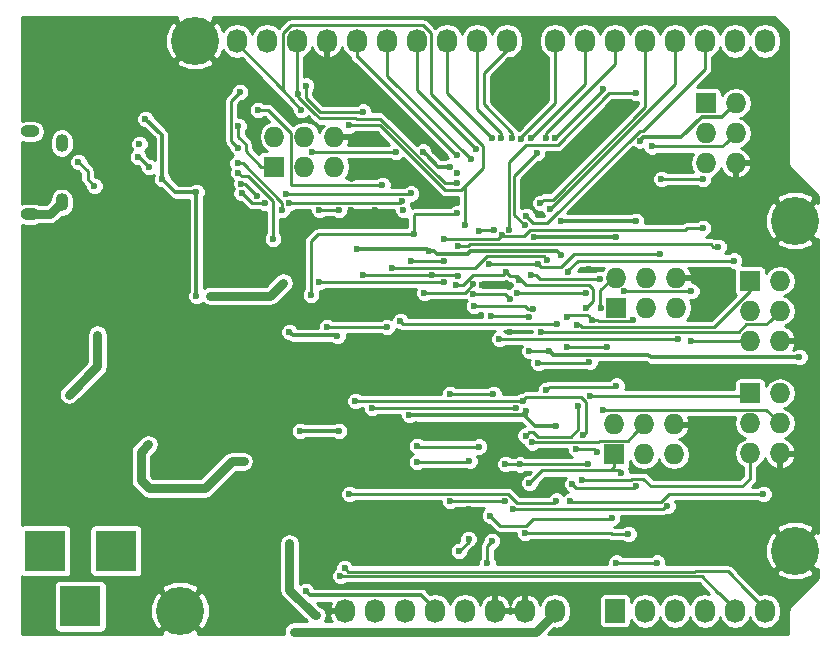
<source format=gbl>
G04 #@! TF.FileFunction,Copper,L2,Bot,Signal*
%FSLAX46Y46*%
G04 Gerber Fmt 4.6, Leading zero omitted, Abs format (unit mm)*
G04 Created by KiCad (PCBNEW 4.0.2-stable) date Fri 17 Jun 2016 03:11:16 PM EDT*
%MOMM*%
G01*
G04 APERTURE LIST*
%ADD10C,0.100000*%
%ADD11C,4.064000*%
%ADD12C,0.600000*%
%ADD13R,1.727200X1.727200*%
%ADD14O,1.727200X1.727200*%
%ADD15R,1.727200X2.032000*%
%ADD16O,1.727200X2.032000*%
%ADD17R,3.500120X3.500120*%
%ADD18O,1.600000X1.000000*%
%ADD19O,1.100000X1.500000*%
%ADD20C,0.300000*%
%ADD21C,0.250000*%
%ADD22C,0.800000*%
%ADD23C,0.600000*%
%ADD24C,0.254000*%
G04 APERTURE END LIST*
D10*
D11*
X177038000Y-118745000D03*
D12*
X125890500Y-86232500D03*
X127762000Y-86233000D03*
X127762000Y-84395000D03*
X125778000Y-84395000D03*
D13*
X161918000Y-98165000D03*
D14*
X161918000Y-95625000D03*
X164458000Y-98165000D03*
X164458000Y-95625000D03*
X166998000Y-98165000D03*
X166998000Y-95625000D03*
D15*
X161798000Y-123825000D03*
D16*
X164338000Y-123825000D03*
X166878000Y-123825000D03*
X169418000Y-123825000D03*
X171958000Y-123825000D03*
X174498000Y-123825000D03*
D13*
X169498000Y-80825000D03*
D14*
X172038000Y-80825000D03*
X169498000Y-83365000D03*
X172038000Y-83365000D03*
X169498000Y-85905000D03*
X172038000Y-85905000D03*
D13*
X161718000Y-110565000D03*
D14*
X161718000Y-108025000D03*
X164258000Y-110565000D03*
X164258000Y-108025000D03*
X166798000Y-110565000D03*
X166798000Y-108025000D03*
D13*
X132969000Y-86233000D03*
D14*
X132969000Y-83693000D03*
X135509000Y-86233000D03*
X135509000Y-83693000D03*
X138049000Y-86233000D03*
X138049000Y-83693000D03*
D11*
X177038000Y-90805000D03*
D16*
X138938000Y-123825000D03*
X141478000Y-123825000D03*
X144018000Y-123825000D03*
X146558000Y-123825000D03*
X149098000Y-123825000D03*
X151638000Y-123825000D03*
X154178000Y-123825000D03*
X156718000Y-123825000D03*
X174498000Y-75565000D03*
X171958000Y-75565000D03*
X169418000Y-75565000D03*
X166878000Y-75565000D03*
X164338000Y-75565000D03*
X161798000Y-75565000D03*
X159258000Y-75565000D03*
X156718000Y-75565000D03*
D17*
X119537480Y-118745000D03*
X113538000Y-118745000D03*
X116537740Y-123444000D03*
D18*
X112268000Y-90241000D03*
D19*
X114968000Y-84241000D03*
X114968000Y-89241000D03*
D18*
X112268000Y-83241000D03*
D16*
X152654000Y-75565000D03*
X150114000Y-75565000D03*
X147574000Y-75565000D03*
X145034000Y-75565000D03*
X142494000Y-75565000D03*
X139954000Y-75565000D03*
X137414000Y-75565000D03*
X134874000Y-75565000D03*
X132334000Y-75565000D03*
X129794000Y-75565000D03*
D13*
X173228000Y-105410000D03*
D14*
X175768000Y-105410000D03*
X173228000Y-107950000D03*
X175768000Y-107950000D03*
X173228000Y-110490000D03*
X175768000Y-110490000D03*
D13*
X173228000Y-95885000D03*
D14*
X175768000Y-95885000D03*
X173228000Y-98425000D03*
X175768000Y-98425000D03*
X173228000Y-100965000D03*
X175768000Y-100965000D03*
D11*
X126238000Y-75565000D03*
X124968000Y-123825000D03*
D12*
X143002000Y-81661000D03*
X138557000Y-78105000D03*
X118110000Y-75057000D03*
X115062000Y-75057000D03*
X115062000Y-78105000D03*
X118110000Y-78105000D03*
X115062000Y-81153000D03*
X118110000Y-81153000D03*
X117602000Y-84328000D03*
X117983000Y-92075000D03*
X117094000Y-97790000D03*
X112903000Y-101600000D03*
X112903000Y-104775000D03*
X117348000Y-106680000D03*
X115443000Y-108585000D03*
X122174000Y-107061000D03*
X123190000Y-107061000D03*
X124206000Y-107061000D03*
X125222000Y-107061000D03*
X126238000Y-107061000D03*
X122174000Y-108077000D03*
X123190000Y-108077000D03*
X124206000Y-108077000D03*
X125222000Y-108077000D03*
X126238000Y-108077000D03*
X124206000Y-109093000D03*
X125222000Y-109093000D03*
X126238000Y-109093000D03*
X120650000Y-115697000D03*
X123698000Y-115697000D03*
X112014000Y-113157000D03*
X129413000Y-115570000D03*
X129413000Y-107950000D03*
X140843000Y-110617000D03*
X138938000Y-110617000D03*
X140970000Y-112649000D03*
X140970000Y-115189000D03*
X138430000Y-115189000D03*
X143510000Y-115189000D03*
X143510000Y-111633000D03*
X143510000Y-117729000D03*
X138430000Y-117729000D03*
X147828000Y-112395000D03*
X147193000Y-108585000D03*
X151638000Y-108585000D03*
X152273000Y-104140000D03*
X146939000Y-104267000D03*
X143383000Y-101600000D03*
X140208000Y-101600000D03*
X131318000Y-94615000D03*
X128143000Y-94615000D03*
X123698000Y-95885000D03*
X123698000Y-93726000D03*
X121793000Y-99060000D03*
X124968000Y-100330000D03*
X129413000Y-102235000D03*
X128143000Y-99060000D03*
X129286000Y-90297000D03*
X112903000Y-121920000D03*
X112903000Y-125095000D03*
X120523000Y-125095000D03*
X120523000Y-121920000D03*
X129413000Y-121285000D03*
X129413000Y-125095000D03*
X136398000Y-120015000D03*
X146050000Y-121920000D03*
X156718000Y-118745000D03*
X168402000Y-119253000D03*
X168402000Y-115697000D03*
X168910000Y-109601000D03*
X178562000Y-111125000D03*
X172974000Y-115697000D03*
X139446000Y-84201000D03*
X141986000Y-84201000D03*
X152146000Y-80137000D03*
X155194000Y-78105000D03*
X154686000Y-74041000D03*
X170942000Y-78613000D03*
X175514000Y-78613000D03*
X160782000Y-89535000D03*
X166878000Y-85725000D03*
X166878000Y-89789000D03*
X172466000Y-89281000D03*
X169418000Y-95377000D03*
X169418000Y-98425000D03*
X178562000Y-97409000D03*
X178562000Y-104521000D03*
X174498000Y-104013000D03*
X168402000Y-104013000D03*
X163322000Y-104013000D03*
X146939000Y-100965000D03*
X172974000Y-119253000D03*
X158750000Y-123825000D03*
X159766000Y-125349000D03*
X119126000Y-104521000D03*
X123698000Y-82169000D03*
X163322000Y-85725000D03*
X145550509Y-84954491D03*
X143256000Y-84963000D03*
X136144000Y-84963000D03*
X147828000Y-86233000D03*
X163576000Y-90805000D03*
X157226000Y-90805000D03*
X157226000Y-93726000D03*
X126365000Y-97165000D03*
X122047000Y-82169000D03*
X133731000Y-96057000D03*
X127508000Y-97165000D03*
X136779000Y-89916000D03*
X138430000Y-89916000D03*
X146050000Y-93345000D03*
X139987980Y-93218000D03*
X136525000Y-124206000D03*
X134239000Y-118110000D03*
X126365000Y-88392000D03*
X148463000Y-86760000D03*
X123444000Y-87249000D03*
X121712000Y-110317000D03*
X122301000Y-109728000D03*
X122301000Y-109728000D03*
X163905436Y-84022436D03*
X130348000Y-111165000D03*
X125279838Y-90346164D03*
X122428000Y-88392000D03*
X153416000Y-113411000D03*
X156083000Y-113919000D03*
X113938020Y-87884000D03*
X152019000Y-96275002D03*
X150555674Y-96279998D03*
X159639000Y-94869000D03*
X156083000Y-86106000D03*
X155120202Y-87674990D03*
X141478000Y-89857646D03*
X139446000Y-89857646D03*
X143002000Y-90805000D03*
X152908000Y-100203000D03*
X139791389Y-86741000D03*
X143510000Y-86741000D03*
X146050000Y-88265000D03*
X149479000Y-115189000D03*
X150622000Y-116967000D03*
X134957464Y-80053536D03*
X148463000Y-87630000D03*
X154286931Y-106894991D03*
X144399000Y-107255020D03*
X177419000Y-102362000D03*
X135128000Y-108585000D03*
X154559000Y-101854000D03*
X156242594Y-101821406D03*
X135636000Y-122174000D03*
X138430000Y-108585000D03*
X138303000Y-100584000D03*
X134239000Y-100203000D03*
X156845000Y-108145011D03*
X121539000Y-84328000D03*
X152199310Y-92020512D03*
X147320000Y-92329000D03*
X142113000Y-87757000D03*
X169231010Y-91440000D03*
X143891000Y-89916000D03*
X147320000Y-94212989D03*
X144526000Y-94212989D03*
X165735000Y-87249000D03*
X169231010Y-87249000D03*
X131572000Y-81407000D03*
X130048000Y-79883000D03*
X129921000Y-84632510D03*
X134620000Y-125603000D03*
X160594398Y-98171000D03*
X161925000Y-92202000D03*
X154940000Y-92202009D03*
X152908000Y-97409000D03*
X161163000Y-101473000D03*
X157734000Y-101473000D03*
X149800020Y-97028000D03*
X145034000Y-109855000D03*
X150298000Y-109925000D03*
X161544000Y-115951000D03*
X148581051Y-118781949D03*
X149398000Y-117765000D03*
X151198000Y-115765000D03*
X132842000Y-92329000D03*
X129921000Y-86741000D03*
X133604000Y-89916000D03*
X129852042Y-85943064D03*
X115570000Y-105537000D03*
X117983000Y-100457000D03*
X129921000Y-82804000D03*
X158623000Y-99627990D03*
X157861000Y-95112991D03*
X171890999Y-94174001D03*
X155575000Y-100203000D03*
X168271332Y-96777668D03*
X162563613Y-96780467D03*
X160528000Y-95758000D03*
X168275000Y-100965000D03*
X154686000Y-95377000D03*
X161918000Y-104768000D03*
X155956000Y-105156000D03*
X155321000Y-94488000D03*
X154548798Y-98955691D03*
X151296998Y-98871999D03*
X165608000Y-93588991D03*
X151130000Y-94488000D03*
X157734000Y-98933000D03*
X163322000Y-99217980D03*
X159868012Y-99187000D03*
X159639000Y-102743000D03*
X155321000Y-102870000D03*
X152007000Y-100838000D03*
X167132000Y-100838000D03*
X159644167Y-105658833D03*
X162306000Y-112141000D03*
X154559000Y-113030000D03*
X149606000Y-85610000D03*
X153116135Y-83799019D03*
X152144171Y-83818171D03*
X151384172Y-83820366D03*
X164924399Y-84503601D03*
X150031290Y-84753290D03*
X148393501Y-85224829D03*
X146304000Y-95426990D03*
X135636000Y-79367107D03*
X140462000Y-95426981D03*
X140462000Y-81569379D03*
X148466050Y-95504359D03*
X148490011Y-92961002D03*
X149126685Y-91144194D03*
X135241915Y-81410988D03*
X139319000Y-82729399D03*
X170561000Y-93001998D03*
X151560990Y-91567000D03*
X150255505Y-91708505D03*
X149479000Y-111125000D03*
X145034000Y-111252000D03*
X145669000Y-96901000D03*
X149800001Y-96198999D03*
X148463000Y-90170000D03*
X144780000Y-91948000D03*
X138557000Y-120904000D03*
X136058011Y-97069011D03*
X147320000Y-96011991D03*
X138896883Y-120224234D03*
X136779000Y-96012000D03*
X152841031Y-91552359D03*
X163576000Y-80010000D03*
X156704335Y-83806335D03*
X160782000Y-79629000D03*
X154178000Y-91186000D03*
X155194000Y-85090000D03*
X154305000Y-90424000D03*
X156337000Y-89789000D03*
X155478880Y-89308032D03*
X155923060Y-83805772D03*
X154686000Y-83799020D03*
X153870270Y-83893270D03*
X134239000Y-89281000D03*
X132174336Y-89313664D03*
X143764000Y-89141197D03*
X130184991Y-88464022D03*
X144521438Y-88495338D03*
X133957194Y-88556187D03*
X131511052Y-88706948D03*
X130172433Y-87664119D03*
X152576990Y-95123000D03*
X159385000Y-98171000D03*
X153698831Y-95825485D03*
X148313482Y-96248890D03*
X151511000Y-105459990D03*
X147837969Y-105459990D03*
X159512551Y-111365283D03*
X147828000Y-114554000D03*
X152527000Y-114554000D03*
X152527000Y-111379000D03*
X153775550Y-111435797D03*
X166243000Y-114935000D03*
X153162000Y-115189000D03*
X151398000Y-117939990D03*
X150998000Y-119765000D03*
X142926991Y-94841971D03*
X156083000Y-94107000D03*
X142494000Y-99822000D03*
X137414000Y-99822000D03*
X139319000Y-113919000D03*
X156845000Y-114494010D03*
X156902070Y-99562304D03*
X143637000Y-99314000D03*
X154232313Y-108999313D03*
X158695170Y-106462167D03*
X153513775Y-96950046D03*
X159374991Y-96901000D03*
X153386919Y-106630010D03*
X141224000Y-106670010D03*
X153971929Y-106045000D03*
X159131000Y-108966000D03*
X139827000Y-106045000D03*
X149860000Y-98044000D03*
X154827919Y-98248801D03*
X158496000Y-110140010D03*
X162941000Y-117348000D03*
X154176724Y-117236720D03*
X160274000Y-110363000D03*
X161925000Y-119750991D03*
X165354000Y-119750991D03*
X154798000Y-109565000D03*
X163576000Y-113284000D03*
X158198000Y-113115000D03*
X157988000Y-114554000D03*
X174371000Y-113919000D03*
X159004000Y-112776000D03*
X160786399Y-106811399D03*
X117729000Y-87884000D03*
X116371237Y-85853642D03*
X122329864Y-86267034D03*
X121422990Y-85406112D03*
D20*
X146050000Y-93345000D02*
X146474264Y-93345000D01*
X146474264Y-93345000D02*
X146732252Y-93602988D01*
X146732252Y-93602988D02*
X149354025Y-93602988D01*
X156893456Y-93393456D02*
X157226000Y-93726000D01*
X149354025Y-93602988D02*
X149563557Y-93393456D01*
X149563557Y-93393456D02*
X156893456Y-93393456D01*
X163905436Y-84022436D02*
X164205435Y-83722437D01*
X164205435Y-83722437D02*
X167403633Y-83722437D01*
X167403633Y-83722437D02*
X169127469Y-81998601D01*
X169127469Y-81998601D02*
X170864399Y-81998601D01*
X170864399Y-81998601D02*
X171174401Y-81688599D01*
X171174401Y-81688599D02*
X172038000Y-80825000D01*
X145550509Y-84954491D02*
X145860938Y-85264920D01*
X145860938Y-85264920D02*
X145860938Y-85279062D01*
D21*
X136144000Y-84963000D02*
X143256000Y-84963000D01*
D20*
X147828000Y-86233000D02*
X146814876Y-86233000D01*
X146814876Y-86233000D02*
X145860938Y-85279062D01*
X157650264Y-90805000D02*
X163576000Y-90805000D01*
X157226000Y-90805000D02*
X157650264Y-90805000D01*
D22*
X121666000Y-112776000D02*
X121666000Y-110363000D01*
D20*
X126365000Y-88392000D02*
X126365000Y-97165000D01*
X123444000Y-83566000D02*
X122047000Y-82169000D01*
X123444000Y-86824736D02*
X123444000Y-83566000D01*
X123444000Y-87249000D02*
X123444000Y-86824736D01*
D22*
X132623000Y-97165000D02*
X133731000Y-96057000D01*
X127508000Y-97165000D02*
X132623000Y-97165000D01*
D21*
X136779000Y-89916000D02*
X138430000Y-89916000D01*
D20*
X139987980Y-93218000D02*
X145923000Y-93218000D01*
X145923000Y-93218000D02*
X146050000Y-93345000D01*
D22*
X134239000Y-118110000D02*
X134239000Y-122035002D01*
X134239000Y-122035002D02*
X136409998Y-124206000D01*
X136409998Y-124206000D02*
X136525000Y-124206000D01*
D20*
X123444000Y-87249000D02*
X124587000Y-88392000D01*
X124587000Y-88392000D02*
X126365000Y-88392000D01*
D22*
X122301000Y-109728000D02*
X121712000Y-110317000D01*
X122349366Y-113459366D02*
X121666000Y-112776000D01*
X130348000Y-111165000D02*
X129348000Y-111165000D01*
X129348000Y-111165000D02*
X127053634Y-113459366D01*
X127053634Y-113459366D02*
X122349366Y-113459366D01*
X121666000Y-110363000D02*
X121712000Y-110317000D01*
D21*
X156083000Y-113919000D02*
X153924000Y-113919000D01*
X153924000Y-113919000D02*
X153416000Y-113411000D01*
X150555674Y-96279998D02*
X152014004Y-96279998D01*
X152014004Y-96279998D02*
X152019000Y-96275002D01*
D23*
X155120202Y-87674990D02*
X155120202Y-87068798D01*
X155120202Y-87068798D02*
X156083000Y-86106000D01*
D21*
X139446000Y-89857646D02*
X141478000Y-89857646D01*
X139446000Y-89847646D02*
X139446000Y-89857646D01*
D22*
X143510000Y-86741000D02*
X139791389Y-86741000D01*
X139791389Y-86741000D02*
X139446000Y-87086389D01*
X146050000Y-88265000D02*
X144526000Y-86741000D01*
X144526000Y-86741000D02*
X143510000Y-86741000D01*
D21*
X136800829Y-82144389D02*
X139851611Y-82144389D01*
X139851611Y-82144389D02*
X139861611Y-82154389D01*
X139861611Y-82154389D02*
X141923079Y-82154389D01*
X134957464Y-80301024D02*
X135627281Y-80970841D01*
X135627281Y-80970841D02*
X135636001Y-80970841D01*
X136398000Y-81732840D02*
X136398000Y-81741560D01*
X135636001Y-80970841D02*
X136398000Y-81732840D01*
X136398000Y-81741560D02*
X136800829Y-82144389D01*
X134957464Y-80053536D02*
X134957464Y-80301024D01*
X134874000Y-75565000D02*
X134874000Y-79970072D01*
X134874000Y-79970072D02*
X134957464Y-80053536D01*
X147398689Y-87630000D02*
X141923079Y-82154389D01*
X148463000Y-87630000D02*
X147398689Y-87630000D01*
D20*
X144975255Y-107270011D02*
X144960264Y-107255020D01*
X144960264Y-107255020D02*
X144399000Y-107255020D01*
X177419000Y-102362000D02*
X164846000Y-102362000D01*
X164846000Y-102362000D02*
X164616999Y-102132999D01*
X164616999Y-102132999D02*
X156554187Y-102132999D01*
X156554187Y-102132999D02*
X156542593Y-102121405D01*
X156542593Y-102121405D02*
X156242594Y-101821406D01*
X135970990Y-122508990D02*
X138441875Y-122508990D01*
X138441875Y-122508990D02*
X138451875Y-122498990D01*
X138451875Y-122498990D02*
X145384390Y-122498990D01*
X145384390Y-122498990D02*
X146558000Y-123672600D01*
X146558000Y-123672600D02*
X146558000Y-123825000D01*
X135483001Y-108585000D02*
X135636000Y-108585000D01*
X135636000Y-108585000D02*
X138430000Y-108585000D01*
X135128000Y-108585000D02*
X135636000Y-108585000D01*
X153986932Y-107194990D02*
X154057990Y-107194990D01*
X154057990Y-107194990D02*
X154286931Y-107423931D01*
X154286931Y-107423931D02*
X155008011Y-108145011D01*
X155008011Y-108145011D02*
X155125989Y-108145011D01*
X154286931Y-106894991D02*
X154286931Y-107423931D01*
X155125989Y-108145011D02*
X156845000Y-108145011D01*
X144975255Y-107270011D02*
X153911911Y-107270011D01*
X153911911Y-107270011D02*
X153986932Y-107194990D01*
X153986932Y-107194990D02*
X154286931Y-106894991D01*
D21*
X154559000Y-101854000D02*
X156210000Y-101854000D01*
X156210000Y-101854000D02*
X156242594Y-101821406D01*
D20*
X156242594Y-101821406D02*
X156549789Y-102128601D01*
X135636000Y-122174000D02*
X135970990Y-122508990D01*
X134239000Y-100203000D02*
X134538999Y-100502999D01*
X134538999Y-100502999D02*
X138221999Y-100502999D01*
X138221999Y-100502999D02*
X138303000Y-100584000D01*
D21*
X152199310Y-92020512D02*
X152345512Y-92020512D01*
X152345512Y-92020512D02*
X152462360Y-92137360D01*
X154092442Y-92137360D02*
X154612803Y-91616999D01*
X152462360Y-92137360D02*
X154092442Y-92137360D01*
X154612803Y-91616999D02*
X167689999Y-91616999D01*
X167866998Y-91440000D02*
X169231010Y-91440000D01*
X167689999Y-91616999D02*
X167866998Y-91440000D01*
X147320000Y-92329000D02*
X151892000Y-92329000D01*
X151892000Y-92329000D02*
X151892000Y-92327822D01*
X151892000Y-92327822D02*
X152199310Y-92020512D01*
X131572000Y-81407000D02*
X132382930Y-81407000D01*
X132382930Y-81407000D02*
X134360399Y-83384469D01*
X134360399Y-83384469D02*
X134360399Y-87751399D01*
X134360399Y-87751399D02*
X134380398Y-87771398D01*
X134370399Y-87761399D02*
X134380398Y-87771398D01*
X134380398Y-87771398D02*
X142098602Y-87771398D01*
X142098602Y-87771398D02*
X142113000Y-87757000D01*
X146790989Y-94212989D02*
X147320000Y-94212989D01*
X144526000Y-94212989D02*
X146790989Y-94212989D01*
X165735000Y-87249000D02*
X169231010Y-87249000D01*
X169418000Y-85985000D02*
X169498000Y-85905000D01*
X129301446Y-80744360D02*
X129301446Y-80629554D01*
X129301446Y-80629554D02*
X130048000Y-79883000D01*
X129921000Y-84632510D02*
X129301446Y-84012956D01*
X129301446Y-84012956D02*
X129301446Y-80744360D01*
D22*
X156718000Y-123825000D02*
X156718000Y-123977400D01*
X156718000Y-123977400D02*
X155092400Y-125603000D01*
X155092400Y-125603000D02*
X134620000Y-125603000D01*
D21*
X160535011Y-96679650D02*
X160535011Y-98111613D01*
X160535011Y-98111613D02*
X160594398Y-98171000D01*
D20*
X154940000Y-92202009D02*
X161924991Y-92202009D01*
X161924991Y-92202009D02*
X161925000Y-92202000D01*
D21*
X152396969Y-97028000D02*
X152527000Y-97028000D01*
X152527000Y-97028000D02*
X152908000Y-97409000D01*
X160535011Y-96679650D02*
X161589661Y-95625000D01*
X161589661Y-95625000D02*
X161918000Y-95625000D01*
X157734000Y-101473000D02*
X161163000Y-101473000D01*
X150224284Y-97028000D02*
X149800020Y-97028000D01*
X152396969Y-97028000D02*
X150224284Y-97028000D01*
X150298000Y-109925000D02*
X145104000Y-109925000D01*
X145104000Y-109925000D02*
X145034000Y-109855000D01*
X154274040Y-116611710D02*
X154860741Y-116025009D01*
X154860741Y-116025009D02*
X161469991Y-116025009D01*
X161469991Y-116025009D02*
X161544000Y-115951000D01*
X149398000Y-117765000D02*
X149398000Y-117965000D01*
X149398000Y-117965000D02*
X148581051Y-118781949D01*
X151198000Y-115765000D02*
X152044710Y-116611710D01*
X152044710Y-116611710D02*
X154274040Y-116611710D01*
X132842000Y-92329000D02*
X132842000Y-89154000D01*
X132842000Y-89154000D02*
X130728999Y-87040999D01*
X130728999Y-87040999D02*
X130220999Y-87040999D01*
X130220999Y-87040999D02*
X129921000Y-86741000D01*
X133604000Y-89270758D02*
X133604000Y-89916000D01*
X133604000Y-89270758D02*
X130276306Y-85943064D01*
X130276306Y-85943064D02*
X129852042Y-85943064D01*
D22*
X117983000Y-100457000D02*
X117983000Y-103124000D01*
X117983000Y-103124000D02*
X115570000Y-105537000D01*
X112268000Y-90241000D02*
X113968000Y-90241000D01*
X113968000Y-90241000D02*
X114968000Y-89241000D01*
D21*
X130546001Y-84332509D02*
X129921000Y-83707508D01*
X130546001Y-84332509D02*
X130546001Y-84923601D01*
X130546001Y-84923601D02*
X131855400Y-86233000D01*
X131855400Y-86233000D02*
X132969000Y-86233000D01*
X132969000Y-85852000D02*
X132969000Y-86233000D01*
X129921000Y-83707508D02*
X129921000Y-82804000D01*
X158623000Y-99627990D02*
X158809990Y-99627990D01*
X158809990Y-99627990D02*
X158984990Y-99802990D01*
X173228000Y-95885000D02*
X173193870Y-95919130D01*
X173193870Y-95919130D02*
X173193870Y-96774000D01*
X173193870Y-96774000D02*
X170164880Y-99802990D01*
X170164880Y-99802990D02*
X158984990Y-99802990D01*
X171890999Y-94174001D02*
X158682999Y-94174001D01*
X158682999Y-94174001D02*
X157861000Y-94996000D01*
X157861000Y-94996000D02*
X157861000Y-95112991D01*
X172934269Y-99573601D02*
X173228000Y-99573601D01*
X173228000Y-99573601D02*
X174619399Y-99573601D01*
X155575000Y-100203000D02*
X155999264Y-100203000D01*
X155999264Y-100203000D02*
X156009264Y-100213000D01*
X156009264Y-100213000D02*
X172280070Y-100213000D01*
X172280070Y-100213000D02*
X172919469Y-99573601D01*
X172919469Y-99573601D02*
X173228000Y-99573601D01*
X174619399Y-99573601D02*
X174904401Y-99288599D01*
X174904401Y-99288599D02*
X175768000Y-98425000D01*
X162563613Y-96780467D02*
X168268533Y-96780467D01*
X168268533Y-96780467D02*
X168271332Y-96777668D01*
X168271332Y-96777668D02*
X168275000Y-96774000D01*
X159960001Y-95698001D02*
X160468001Y-95698001D01*
X160468001Y-95698001D02*
X160528000Y-95758000D01*
X168275000Y-100965000D02*
X173228000Y-100965000D01*
X155110264Y-95377000D02*
X155431265Y-95698001D01*
X155431265Y-95698001D02*
X159960001Y-95698001D01*
X154686000Y-95377000D02*
X155110264Y-95377000D01*
X155956000Y-105156000D02*
X156255999Y-104856001D01*
X156255999Y-104856001D02*
X161829999Y-104856001D01*
X161829999Y-104856001D02*
X161918000Y-104768000D01*
X155321000Y-94488000D02*
X155525001Y-94692001D01*
X155525001Y-94692001D02*
X157260975Y-94692001D01*
X157260975Y-94692001D02*
X157268487Y-94699513D01*
X154796247Y-94488000D02*
X155321000Y-94488000D01*
X151306998Y-98871999D02*
X154515745Y-98871999D01*
X154515745Y-98871999D02*
X154610275Y-98966529D01*
X165608000Y-93588991D02*
X165597991Y-93599000D01*
X165597991Y-93599000D02*
X158369000Y-93599000D01*
X158369000Y-93599000D02*
X157268487Y-94699513D01*
X151130000Y-94488000D02*
X154796247Y-94488000D01*
X157787079Y-98760412D02*
X157787079Y-98879921D01*
X157787079Y-98879921D02*
X157734000Y-98933000D01*
X157942412Y-98760412D02*
X157946823Y-98756001D01*
X157946823Y-98756001D02*
X159437013Y-98756001D01*
X159437013Y-98756001D02*
X159568013Y-98887001D01*
X159568013Y-98887001D02*
X159868012Y-99187000D01*
X157787079Y-98760412D02*
X157942412Y-98760412D01*
X163322000Y-99217980D02*
X163226379Y-99313601D01*
X163226379Y-99313601D02*
X160418877Y-99313601D01*
X160418877Y-99313601D02*
X160292276Y-99187000D01*
X160292276Y-99187000D02*
X159868012Y-99187000D01*
X159734001Y-99052989D02*
X159868012Y-99187000D01*
X159868012Y-99187000D02*
X159995554Y-99314542D01*
X156718000Y-102870000D02*
X159512000Y-102870000D01*
X159512000Y-102870000D02*
X159639000Y-102743000D01*
X155321000Y-102870000D02*
X156718000Y-102870000D01*
X154559000Y-100838000D02*
X152007000Y-100838000D01*
X162560000Y-100838000D02*
X162687000Y-100838000D01*
X154559000Y-100838000D02*
X162560000Y-100838000D01*
X162560000Y-100838000D02*
X167132000Y-100838000D01*
X159644167Y-105658833D02*
X172979167Y-105658833D01*
X172979167Y-105658833D02*
X173228000Y-105410000D01*
X172974000Y-105664000D02*
X173228000Y-105410000D01*
X161446316Y-111950284D02*
X162115284Y-111950284D01*
X162115284Y-111950284D02*
X162306000Y-112141000D01*
X161718000Y-110565000D02*
X161718000Y-111678600D01*
X161718000Y-111678600D02*
X161446316Y-111950284D01*
X161446316Y-111950284D02*
X155638716Y-111950284D01*
X155638716Y-111950284D02*
X154559000Y-113030000D01*
X142494000Y-75565000D02*
X142514000Y-75585000D01*
X142514000Y-75585000D02*
X142514000Y-78518000D01*
X142514000Y-78518000D02*
X149606000Y-85610000D01*
X150700673Y-80899000D02*
X150700673Y-78280327D01*
X153116135Y-83799019D02*
X153116135Y-83374755D01*
X153116135Y-83374755D02*
X150700673Y-80959293D01*
X150700673Y-80959293D02*
X150700673Y-80899000D01*
X150700673Y-78280327D02*
X152654000Y-76327000D01*
X152654000Y-76327000D02*
X152654000Y-75565000D01*
X152654000Y-75565000D02*
X152654000Y-75717400D01*
X150114000Y-80899000D02*
X150114000Y-75565000D01*
X152144171Y-83818171D02*
X152144171Y-83393907D01*
X152144171Y-83393907D02*
X150114000Y-81363736D01*
X150114000Y-81363736D02*
X150114000Y-80899000D01*
X151384172Y-83820366D02*
X147574000Y-80010194D01*
X147574000Y-80010194D02*
X147574000Y-79705381D01*
X147574000Y-79705381D02*
X147574000Y-75565000D01*
X164924399Y-84503601D02*
X165348663Y-84503601D01*
X165348663Y-84503601D02*
X165358663Y-84513601D01*
X165358663Y-84513601D02*
X170889399Y-84513601D01*
X170889399Y-84513601D02*
X171174401Y-84228599D01*
X171174401Y-84228599D02*
X172038000Y-83365000D01*
X145034000Y-75565000D02*
X145034000Y-79756000D01*
X145034000Y-79756000D02*
X150031290Y-84753290D01*
X140082000Y-76963000D02*
X148343829Y-85224829D01*
X139954000Y-75565000D02*
X139954000Y-76963000D01*
X139954000Y-76963000D02*
X140082000Y-76963000D01*
X148343829Y-85224829D02*
X148393501Y-85224829D01*
X139954000Y-75565000D02*
X139954000Y-75717400D01*
X146558000Y-95426990D02*
X147586001Y-95426990D01*
X145238028Y-95426990D02*
X146558000Y-95426990D01*
X146558000Y-95426990D02*
X146304000Y-95426990D01*
X145103999Y-95426981D02*
X145238019Y-95426981D01*
X145238019Y-95426981D02*
X145238028Y-95426990D01*
X147586001Y-95426990D02*
X147596001Y-95436990D01*
X140462000Y-95426981D02*
X145103999Y-95426981D01*
X135636000Y-79367107D02*
X135636000Y-80391000D01*
X140462000Y-81579379D02*
X136824379Y-81579379D01*
X140462000Y-81579379D02*
X140462000Y-81569379D01*
X136824379Y-81579379D02*
X135636000Y-80391000D01*
X147596001Y-95436990D02*
X148398681Y-95436990D01*
X148398681Y-95436990D02*
X148466050Y-95504359D01*
X148490011Y-92961002D02*
X149380814Y-92961002D01*
X149380814Y-92961002D02*
X149554806Y-92787010D01*
X149554806Y-92787010D02*
X169921748Y-92787010D01*
X169921748Y-92787010D02*
X170136736Y-93001998D01*
X170136736Y-93001998D02*
X170561000Y-93001998D01*
X149126685Y-91144194D02*
X149126685Y-87889487D01*
X150616291Y-86342511D02*
X149098000Y-87860802D01*
X149098000Y-87860802D02*
X148743801Y-88215001D01*
X149126685Y-87889487D02*
X149098000Y-87860802D01*
X129794000Y-75717400D02*
X133658339Y-79756000D01*
X133658339Y-79756000D02*
X135241915Y-81410988D01*
X133725390Y-74936831D02*
X133725390Y-79688949D01*
X133725390Y-79688949D02*
X133658339Y-79756000D01*
X133725390Y-74936831D02*
X134398231Y-74263990D01*
X134398231Y-74263990D02*
X145509769Y-74263990D01*
X145509769Y-74263990D02*
X146182610Y-74936831D01*
X146182610Y-74936831D02*
X146182610Y-80038808D01*
X150616291Y-84472489D02*
X150616291Y-86342511D01*
X146182610Y-80038808D02*
X150616291Y-84472489D01*
X148743801Y-88215001D02*
X147403849Y-88215001D01*
X147403849Y-88215001D02*
X141918247Y-82729399D01*
X141918247Y-82729399D02*
X139319000Y-82729399D01*
X170523002Y-92964000D02*
X170561000Y-93001998D01*
X129794000Y-75565000D02*
X129794000Y-75717400D01*
X169418000Y-123825000D02*
X169418000Y-123977400D01*
X151560990Y-91567000D02*
X150397010Y-91567000D01*
X150397010Y-91567000D02*
X150255505Y-91708505D01*
X145034000Y-111252000D02*
X149352000Y-111252000D01*
X149352000Y-111252000D02*
X149479000Y-111125000D01*
X146558000Y-96901000D02*
X145669000Y-96901000D01*
X146558000Y-96901000D02*
X149098000Y-96901000D01*
X149098000Y-96901000D02*
X149334341Y-96664659D01*
X149800001Y-96198999D02*
X149334341Y-96664659D01*
X147889055Y-90254955D02*
X148378045Y-90254955D01*
X148378045Y-90254955D02*
X148463000Y-90170000D01*
X144858612Y-90248612D02*
X144780000Y-90327224D01*
X144780000Y-90327224D02*
X144780000Y-91948000D01*
X147889055Y-90254955D02*
X144845787Y-90248612D01*
X144864955Y-90254955D02*
X144858612Y-90248612D01*
X144858612Y-90248612D02*
X144845787Y-90248612D01*
X169164000Y-120911011D02*
X168739736Y-120911011D01*
X168735745Y-120915002D02*
X138568002Y-120915002D01*
X168739736Y-120911011D02*
X168735745Y-120915002D01*
X138568002Y-120915002D02*
X138557000Y-120904000D01*
X170568238Y-122282838D02*
X170535827Y-122282838D01*
X170535827Y-122282838D02*
X169164000Y-120911011D01*
X170568238Y-122282838D02*
X171958000Y-123672600D01*
X171958000Y-123672600D02*
X171958000Y-123825000D01*
X136058011Y-97069011D02*
X136058011Y-92541989D01*
X136058011Y-92541989D02*
X136652000Y-91948000D01*
X136652000Y-91948000D02*
X144780000Y-91948000D01*
X138811000Y-96012000D02*
X138811009Y-96011991D01*
X138811009Y-96011991D02*
X147320000Y-96011991D01*
X139177641Y-120504992D02*
X168565914Y-120504992D01*
X168565914Y-120504992D02*
X168569905Y-120501001D01*
X168569905Y-120501001D02*
X171326401Y-120501001D01*
X171326401Y-120501001D02*
X174498000Y-123672600D01*
X174498000Y-123672600D02*
X174498000Y-123825000D01*
X138896883Y-120224234D02*
X139177641Y-120504992D01*
X136779000Y-96012000D02*
X138430000Y-96012000D01*
X138430000Y-96012000D02*
X138811000Y-96012000D01*
X138430009Y-96011991D02*
X138430000Y-96012000D01*
X172491400Y-121666000D02*
X172466000Y-121666000D01*
X174498000Y-123672600D02*
X172491400Y-121666000D01*
X152841031Y-91552359D02*
X152841031Y-85791969D01*
X154237999Y-84395001D02*
X156942997Y-84395001D01*
X152841031Y-85791969D02*
X154237999Y-84395001D01*
X156942997Y-84395001D02*
X161327998Y-80010000D01*
X161327998Y-80010000D02*
X163576000Y-80010000D01*
X156704335Y-83806335D02*
X160782000Y-79728670D01*
X160782000Y-79728670D02*
X160782000Y-79629000D01*
X160655000Y-79629000D02*
X160782000Y-79629000D01*
X153270012Y-90202200D02*
X153270012Y-90043000D01*
X153270012Y-90043000D02*
X153270012Y-87013988D01*
X154178000Y-91186000D02*
X153270012Y-90278012D01*
X153270012Y-90278012D02*
X153270012Y-90043000D01*
X153270012Y-87013988D02*
X155194000Y-85090000D01*
X163877070Y-83185000D02*
X164163032Y-83185000D01*
X154305000Y-90424000D02*
X154888678Y-91007678D01*
X154888678Y-91007678D02*
X156054392Y-91007678D01*
X164163032Y-83185000D02*
X169418000Y-77930032D01*
X156054392Y-91007678D02*
X163877070Y-83185000D01*
X169418000Y-77930032D02*
X169418000Y-77597000D01*
X169418000Y-77597000D02*
X169418000Y-75565000D01*
X156337000Y-89789000D02*
X166878000Y-79248000D01*
X166878000Y-79248000D02*
X166878000Y-75565000D01*
X156538127Y-89008033D02*
X164338000Y-81208160D01*
X164338000Y-81208160D02*
X164338000Y-75565000D01*
X155478880Y-89308032D02*
X155778879Y-89008033D01*
X155778879Y-89008033D02*
X156538127Y-89008033D01*
X164338000Y-75565000D02*
X164338000Y-75717400D01*
X155923060Y-83805772D02*
X155923060Y-83381508D01*
X155923060Y-83381508D02*
X161798000Y-77506568D01*
X161798000Y-77506568D02*
X161798000Y-77470000D01*
X161798000Y-77470000D02*
X161798000Y-75565000D01*
X154686000Y-83799020D02*
X159258000Y-79227020D01*
X159258000Y-79227020D02*
X159258000Y-75565000D01*
X153870270Y-83893270D02*
X153870270Y-83707757D01*
X156718000Y-80860027D02*
X156718000Y-76831000D01*
X153870270Y-83707757D02*
X156718000Y-80860027D01*
X156718000Y-76831000D02*
X156718000Y-75565000D01*
X134239000Y-89281000D02*
X139156844Y-89281000D01*
X139156844Y-89281000D02*
X139165208Y-89272636D01*
X139165208Y-89272636D02*
X142121364Y-89272636D01*
X131052918Y-89331949D02*
X132156051Y-89331949D01*
X132156051Y-89331949D02*
X132174336Y-89313664D01*
X142121364Y-89272636D02*
X143632561Y-89272636D01*
X143632561Y-89272636D02*
X143764000Y-89141197D01*
X142121364Y-89272636D02*
X142129728Y-89281000D01*
X130184991Y-88464022D02*
X131052918Y-89331949D01*
X133957194Y-88556187D02*
X144460589Y-88556187D01*
X144460589Y-88556187D02*
X144521438Y-88495338D01*
X130172433Y-87664119D02*
X130468223Y-87664119D01*
X130468223Y-87664119D02*
X131511052Y-88706948D01*
X152322990Y-95377000D02*
X152576990Y-95123000D01*
X152916191Y-95462201D02*
X152576990Y-95123000D01*
X153501201Y-95462201D02*
X154305000Y-96266000D01*
X154305000Y-96266000D02*
X159601002Y-96266000D01*
X153335547Y-95462201D02*
X153501201Y-95462201D01*
X159601002Y-96266000D02*
X159960001Y-96624999D01*
X159960001Y-96624999D02*
X159960001Y-97595999D01*
X159960001Y-97595999D02*
X159385000Y-98171000D01*
X152916191Y-95462201D02*
X153335547Y-95462201D01*
X153335547Y-95462201D02*
X153698831Y-95825485D01*
X152102736Y-95377000D02*
X152322990Y-95377000D01*
X147837969Y-105459990D02*
X151511000Y-105459990D01*
X147837969Y-105459990D02*
X147828000Y-105459990D01*
X147838000Y-105469990D02*
X147838000Y-105460021D01*
X147838000Y-105460021D02*
X147837969Y-105459990D01*
X148315489Y-96239094D02*
X148908904Y-96239094D01*
X149770998Y-95377000D02*
X152102736Y-95377000D01*
X148908904Y-96239094D02*
X149770998Y-95377000D01*
X153775550Y-111435797D02*
X159442037Y-111435797D01*
X159442037Y-111435797D02*
X159512551Y-111365283D01*
X152527000Y-114554000D02*
X147828000Y-114554000D01*
X153775550Y-111435797D02*
X152583797Y-111435797D01*
X152583797Y-111435797D02*
X152527000Y-111379000D01*
X153162000Y-115189000D02*
X165862000Y-115189000D01*
X165862000Y-115189000D02*
X166116000Y-114935000D01*
X166116000Y-114935000D02*
X166243000Y-114935000D01*
X150998000Y-119765000D02*
X150998000Y-118339990D01*
X150998000Y-118339990D02*
X151398000Y-117939990D01*
X156083000Y-94107000D02*
X155804466Y-93828466D01*
X155804466Y-93828466D02*
X150923732Y-93828466D01*
X150923732Y-93828466D02*
X150025189Y-94727009D01*
X150025189Y-94727009D02*
X150025189Y-94742000D01*
X139319000Y-113919000D02*
X152743002Y-113919000D01*
X152743002Y-113919000D02*
X153505002Y-114681000D01*
X153505002Y-114681000D02*
X156658010Y-114681000D01*
X156658010Y-114681000D02*
X156845000Y-114494010D01*
X150025189Y-94742000D02*
X149978999Y-94787999D01*
X142926991Y-94841971D02*
X149925218Y-94841971D01*
X149925218Y-94841971D02*
X150025189Y-94742000D01*
X137414000Y-99822000D02*
X142494000Y-99822000D01*
X143864530Y-99541530D02*
X156902070Y-99562304D01*
X156902070Y-99562304D02*
X156770235Y-99541530D01*
X143637000Y-99314000D02*
X143864530Y-99541530D01*
X154232313Y-108999313D02*
X154532312Y-108699314D01*
X154532312Y-108699314D02*
X154857316Y-108699314D01*
X154857316Y-108699314D02*
X155272992Y-109114990D01*
X158695170Y-108467830D02*
X158695170Y-106462167D01*
X155272992Y-109114990D02*
X158048010Y-109114990D01*
X158048010Y-109114990D02*
X158695170Y-108467830D01*
X158524424Y-106462167D02*
X158695170Y-106462167D01*
X153513775Y-96950046D02*
X153513776Y-96950046D01*
X153521406Y-96957677D02*
X153513775Y-96950046D01*
X153522136Y-96963986D02*
X153521407Y-96963986D01*
X153521407Y-96963986D02*
X153521406Y-96957677D01*
X153513776Y-96950046D02*
X153518012Y-96960591D01*
X158496000Y-96963986D02*
X159312005Y-96963986D01*
X159312005Y-96963986D02*
X159374991Y-96901000D01*
X158496000Y-96963986D02*
X158369000Y-96963899D01*
X158369000Y-96963899D02*
X153518012Y-96960591D01*
X141224000Y-106670010D02*
X153442937Y-106670010D01*
X159320171Y-106162166D02*
X159320171Y-108776829D01*
X159320171Y-108776829D02*
X159131000Y-108966000D01*
X139827000Y-106045000D02*
X153961920Y-106045000D01*
X159320171Y-106162166D02*
X158903006Y-105745001D01*
X158903006Y-105745001D02*
X154261919Y-105745001D01*
X154261919Y-105745001D02*
X153961920Y-106045000D01*
X149860000Y-98044000D02*
X154198854Y-98044000D01*
X154198854Y-98044000D02*
X154403655Y-98248801D01*
X154403655Y-98248801D02*
X154827919Y-98248801D01*
X149965034Y-98149034D02*
X149860000Y-98044000D01*
X158496000Y-110140010D02*
X160051010Y-110140010D01*
X160051010Y-110140010D02*
X160274000Y-110363000D01*
X162941000Y-117348000D02*
X161545834Y-117348000D01*
X161545834Y-117348000D02*
X161434554Y-117236720D01*
X161434554Y-117236720D02*
X154176724Y-117236720D01*
X160147000Y-110236000D02*
X160274000Y-110363000D01*
X154798000Y-109565000D02*
X155103000Y-109565000D01*
X155103000Y-109565000D02*
X155112991Y-109555009D01*
X155112991Y-109555009D02*
X160395807Y-109555009D01*
X163394401Y-108888599D02*
X164258000Y-108025000D01*
X160395807Y-109555009D02*
X160534417Y-109416399D01*
X160534417Y-109416399D02*
X162866601Y-109416399D01*
X162866601Y-109416399D02*
X163394401Y-108888599D01*
X165354000Y-119750991D02*
X161925000Y-119750991D01*
X163576000Y-113284000D02*
X163449000Y-113284000D01*
X163449000Y-113284000D02*
X163318001Y-113414999D01*
X163318001Y-113414999D02*
X158497999Y-113414999D01*
X163449000Y-113411000D02*
X163576000Y-113284000D01*
X158198000Y-113115000D02*
X158497999Y-113414999D01*
X158497999Y-113414999D02*
X158499999Y-113414999D01*
X174371000Y-113919000D02*
X166393198Y-113919000D01*
X166393198Y-113919000D02*
X165735000Y-114577198D01*
X158011198Y-114577198D02*
X157988000Y-114554000D01*
X165735000Y-114577198D02*
X158011198Y-114577198D01*
X159004000Y-112776000D02*
X163158998Y-112776000D01*
X172583010Y-113293990D02*
X173228000Y-112649000D01*
X163158998Y-112776000D02*
X163275999Y-112658999D01*
X164211009Y-112658999D02*
X164846000Y-113293990D01*
X163275999Y-112658999D02*
X164211009Y-112658999D01*
X164846000Y-113293990D02*
X172583010Y-113293990D01*
X173228000Y-112649000D02*
X173228000Y-110490000D01*
X175768000Y-107950000D02*
X174619399Y-106801399D01*
X174619399Y-106801399D02*
X161220663Y-106801399D01*
X161220663Y-106801399D02*
X161210663Y-106811399D01*
X161210663Y-106811399D02*
X160786399Y-106811399D01*
X117143476Y-86794659D02*
X117143476Y-87298476D01*
X117143476Y-87298476D02*
X117729000Y-87884000D01*
X117143476Y-86625881D02*
X117143476Y-86794659D01*
X116371237Y-85853642D02*
X117143476Y-86625881D01*
X121422990Y-85406112D02*
X121468942Y-85406112D01*
X121468942Y-85406112D02*
X122329864Y-86267034D01*
D24*
G36*
X124605577Y-73752972D02*
X126238000Y-75385395D01*
X127870423Y-73752972D01*
X127745847Y-73577000D01*
X175285354Y-73577000D01*
X176486000Y-74777646D01*
X176486000Y-85979000D01*
X176528018Y-86190242D01*
X176647677Y-86369323D01*
X179026000Y-88747646D01*
X179026000Y-89297153D01*
X178850028Y-89172577D01*
X177217605Y-90805000D01*
X178850028Y-92437423D01*
X179026000Y-92312847D01*
X179026000Y-117237153D01*
X178850028Y-117112577D01*
X177217605Y-118745000D01*
X178850028Y-120377423D01*
X179026000Y-120252847D01*
X179026000Y-121056354D01*
X176647677Y-123434677D01*
X176528018Y-123613758D01*
X176497877Y-123765290D01*
X176486000Y-123825000D01*
X176486000Y-125813000D01*
X156122666Y-125813000D01*
X156609915Y-125325751D01*
X156718000Y-125347250D01*
X157231025Y-125245203D01*
X157665947Y-124954597D01*
X157956553Y-124519675D01*
X158058600Y-124006650D01*
X158058600Y-123643350D01*
X157956553Y-123130325D01*
X157665947Y-122695403D01*
X157231025Y-122404797D01*
X156718000Y-122302750D01*
X156204975Y-122404797D01*
X155770053Y-122695403D01*
X155479447Y-123130325D01*
X155444347Y-123306787D01*
X155335345Y-122993169D01*
X154987240Y-122601991D01*
X154512209Y-122374327D01*
X154305000Y-122457871D01*
X154305000Y-123698000D01*
X154325000Y-123698000D01*
X154325000Y-123952000D01*
X154305000Y-123952000D01*
X154305000Y-123972000D01*
X154051000Y-123972000D01*
X154051000Y-123952000D01*
X152955450Y-123952000D01*
X152908000Y-124045481D01*
X152860550Y-123952000D01*
X151765000Y-123952000D01*
X151765000Y-123972000D01*
X151511000Y-123972000D01*
X151511000Y-123952000D01*
X151491000Y-123952000D01*
X151491000Y-123698000D01*
X151511000Y-123698000D01*
X151511000Y-122457871D01*
X151765000Y-122457871D01*
X151765000Y-123698000D01*
X152860550Y-123698000D01*
X152908000Y-123604519D01*
X152955450Y-123698000D01*
X154051000Y-123698000D01*
X154051000Y-122457871D01*
X153843791Y-122374327D01*
X153368760Y-122601991D01*
X153020655Y-122993169D01*
X152908000Y-123317299D01*
X152795345Y-122993169D01*
X152447240Y-122601991D01*
X151972209Y-122374327D01*
X151765000Y-122457871D01*
X151511000Y-122457871D01*
X151303791Y-122374327D01*
X150828760Y-122601991D01*
X150480655Y-122993169D01*
X150371653Y-123306787D01*
X150336553Y-123130325D01*
X150045947Y-122695403D01*
X149611025Y-122404797D01*
X149098000Y-122302750D01*
X148584975Y-122404797D01*
X148150053Y-122695403D01*
X147859447Y-123130325D01*
X147828000Y-123288420D01*
X147796553Y-123130325D01*
X147505947Y-122695403D01*
X147071025Y-122404797D01*
X146558000Y-122302750D01*
X146155020Y-122382908D01*
X145827746Y-122055634D01*
X145774600Y-122020123D01*
X145624333Y-121919718D01*
X145384390Y-121871990D01*
X138451875Y-121871990D01*
X138401602Y-121881990D01*
X136356059Y-121881990D01*
X136295092Y-121734440D01*
X136076710Y-121515676D01*
X135791233Y-121397135D01*
X135482123Y-121396866D01*
X135196440Y-121514908D01*
X135116000Y-121595208D01*
X135116000Y-121057877D01*
X137779866Y-121057877D01*
X137897908Y-121343560D01*
X138116290Y-121562324D01*
X138401767Y-121680865D01*
X138710877Y-121681134D01*
X138996560Y-121563092D01*
X139042731Y-121517002D01*
X168735745Y-121517002D01*
X168755809Y-121513011D01*
X168914644Y-121513011D01*
X169775492Y-122373860D01*
X169418000Y-122302750D01*
X168904975Y-122404797D01*
X168470053Y-122695403D01*
X168179447Y-123130325D01*
X168148000Y-123288420D01*
X168116553Y-123130325D01*
X167825947Y-122695403D01*
X167391025Y-122404797D01*
X166878000Y-122302750D01*
X166364975Y-122404797D01*
X165930053Y-122695403D01*
X165639447Y-123130325D01*
X165608000Y-123288420D01*
X165576553Y-123130325D01*
X165285947Y-122695403D01*
X164851025Y-122404797D01*
X164338000Y-122302750D01*
X163824975Y-122404797D01*
X163390053Y-122695403D01*
X163147944Y-123057744D01*
X163147944Y-122809000D01*
X163114683Y-122632235D01*
X163010215Y-122469887D01*
X162850815Y-122360973D01*
X162661600Y-122322656D01*
X160934400Y-122322656D01*
X160757635Y-122355917D01*
X160595287Y-122460385D01*
X160486373Y-122619785D01*
X160448056Y-122809000D01*
X160448056Y-124841000D01*
X160481317Y-125017765D01*
X160585785Y-125180113D01*
X160745185Y-125289027D01*
X160934400Y-125327344D01*
X162661600Y-125327344D01*
X162838365Y-125294083D01*
X163000713Y-125189615D01*
X163109627Y-125030215D01*
X163147944Y-124841000D01*
X163147944Y-124592256D01*
X163390053Y-124954597D01*
X163824975Y-125245203D01*
X164338000Y-125347250D01*
X164851025Y-125245203D01*
X165285947Y-124954597D01*
X165576553Y-124519675D01*
X165608000Y-124361580D01*
X165639447Y-124519675D01*
X165930053Y-124954597D01*
X166364975Y-125245203D01*
X166878000Y-125347250D01*
X167391025Y-125245203D01*
X167825947Y-124954597D01*
X168116553Y-124519675D01*
X168148000Y-124361580D01*
X168179447Y-124519675D01*
X168470053Y-124954597D01*
X168904975Y-125245203D01*
X169418000Y-125347250D01*
X169931025Y-125245203D01*
X170365947Y-124954597D01*
X170656553Y-124519675D01*
X170688000Y-124361580D01*
X170719447Y-124519675D01*
X171010053Y-124954597D01*
X171444975Y-125245203D01*
X171958000Y-125347250D01*
X172471025Y-125245203D01*
X172905947Y-124954597D01*
X173196553Y-124519675D01*
X173228000Y-124361580D01*
X173259447Y-124519675D01*
X173550053Y-124954597D01*
X173984975Y-125245203D01*
X174498000Y-125347250D01*
X175011025Y-125245203D01*
X175445947Y-124954597D01*
X175736553Y-124519675D01*
X175838600Y-124006650D01*
X175838600Y-123643350D01*
X175736553Y-123130325D01*
X175445947Y-122695403D01*
X175011025Y-122404797D01*
X174498000Y-122302750D01*
X174065530Y-122388774D01*
X172233784Y-120557028D01*
X175405577Y-120557028D01*
X175638953Y-120886687D01*
X176565037Y-121259053D01*
X177563126Y-121248677D01*
X178437047Y-120886687D01*
X178670423Y-120557028D01*
X177038000Y-118924605D01*
X175405577Y-120557028D01*
X172233784Y-120557028D01*
X171752079Y-120075323D01*
X171556776Y-119944826D01*
X171326401Y-119899001D01*
X168569905Y-119899001D01*
X168549841Y-119902992D01*
X166130868Y-119902992D01*
X166131134Y-119597114D01*
X166013092Y-119311431D01*
X165794710Y-119092667D01*
X165509233Y-118974126D01*
X165200123Y-118973857D01*
X164914440Y-119091899D01*
X164857248Y-119148991D01*
X162421936Y-119148991D01*
X162365710Y-119092667D01*
X162080233Y-118974126D01*
X161771123Y-118973857D01*
X161485440Y-119091899D01*
X161266676Y-119310281D01*
X161148135Y-119595758D01*
X161147868Y-119902992D01*
X151774880Y-119902992D01*
X151775134Y-119611123D01*
X151657092Y-119325440D01*
X151600000Y-119268248D01*
X151600000Y-118697240D01*
X151837560Y-118599082D01*
X152056324Y-118380700D01*
X152101445Y-118272037D01*
X174523947Y-118272037D01*
X174534323Y-119270126D01*
X174896313Y-120144047D01*
X175225972Y-120377423D01*
X176858395Y-118745000D01*
X175225972Y-117112577D01*
X174896313Y-117345953D01*
X174523947Y-118272037D01*
X152101445Y-118272037D01*
X152174865Y-118095223D01*
X152175134Y-117786113D01*
X152057092Y-117500430D01*
X151838710Y-117281666D01*
X151553233Y-117163125D01*
X151244123Y-117162856D01*
X150958440Y-117280898D01*
X150739676Y-117499280D01*
X150621135Y-117784757D01*
X150621065Y-117865569D01*
X150572322Y-117914312D01*
X150441825Y-118109615D01*
X150396000Y-118339990D01*
X150396000Y-119268064D01*
X150339676Y-119324290D01*
X150221135Y-119609767D01*
X150220880Y-119902992D01*
X139604863Y-119902992D01*
X139555975Y-119784674D01*
X139337593Y-119565910D01*
X139052116Y-119447369D01*
X138743006Y-119447100D01*
X138457323Y-119565142D01*
X138238559Y-119783524D01*
X138120018Y-120069001D01*
X138119866Y-120243906D01*
X138117440Y-120244908D01*
X137898676Y-120463290D01*
X137780135Y-120748767D01*
X137779866Y-121057877D01*
X135116000Y-121057877D01*
X135116000Y-118935826D01*
X147803917Y-118935826D01*
X147921959Y-119221509D01*
X148140341Y-119440273D01*
X148425818Y-119558814D01*
X148734928Y-119559083D01*
X149020611Y-119441041D01*
X149239375Y-119222659D01*
X149357916Y-118937182D01*
X149357986Y-118856370D01*
X149756963Y-118457394D01*
X149837560Y-118424092D01*
X150056324Y-118205710D01*
X150174865Y-117920233D01*
X150175134Y-117611123D01*
X150057092Y-117325440D01*
X149838710Y-117106676D01*
X149553233Y-116988135D01*
X149244123Y-116987866D01*
X148958440Y-117105908D01*
X148739676Y-117324290D01*
X148621135Y-117609767D01*
X148620890Y-117890753D01*
X148506759Y-118004884D01*
X148427174Y-118004815D01*
X148141491Y-118122857D01*
X147922727Y-118341239D01*
X147804186Y-118626716D01*
X147803917Y-118935826D01*
X135116000Y-118935826D01*
X135116000Y-118110000D01*
X135049242Y-117774387D01*
X134859133Y-117489867D01*
X134574613Y-117299758D01*
X134239000Y-117233000D01*
X133903387Y-117299758D01*
X133618867Y-117489867D01*
X133428758Y-117774387D01*
X133362000Y-118110000D01*
X133362000Y-122035002D01*
X133428758Y-122370615D01*
X133618867Y-122655135D01*
X135689732Y-124726000D01*
X134620000Y-124726000D01*
X134284387Y-124792758D01*
X133999867Y-124982867D01*
X133809758Y-125267387D01*
X133743000Y-125603000D01*
X133784772Y-125813000D01*
X126475847Y-125813000D01*
X126600423Y-125637028D01*
X124968000Y-124004605D01*
X123335577Y-125637028D01*
X123460153Y-125813000D01*
X111550000Y-125813000D01*
X111550000Y-121693940D01*
X114301336Y-121693940D01*
X114301336Y-125194060D01*
X114334597Y-125370825D01*
X114439065Y-125533173D01*
X114598465Y-125642087D01*
X114787680Y-125680404D01*
X118287800Y-125680404D01*
X118464565Y-125647143D01*
X118626913Y-125542675D01*
X118735827Y-125383275D01*
X118774144Y-125194060D01*
X118774144Y-123352037D01*
X122453947Y-123352037D01*
X122464323Y-124350126D01*
X122826313Y-125224047D01*
X123155972Y-125457423D01*
X124788395Y-123825000D01*
X125147605Y-123825000D01*
X126780028Y-125457423D01*
X127109687Y-125224047D01*
X127482053Y-124297963D01*
X127471677Y-123299874D01*
X127109687Y-122425953D01*
X126780028Y-122192577D01*
X125147605Y-123825000D01*
X124788395Y-123825000D01*
X123155972Y-122192577D01*
X122826313Y-122425953D01*
X122453947Y-123352037D01*
X118774144Y-123352037D01*
X118774144Y-122012972D01*
X123335577Y-122012972D01*
X124968000Y-123645395D01*
X126600423Y-122012972D01*
X126367047Y-121683313D01*
X125440963Y-121310947D01*
X124442874Y-121321323D01*
X123568953Y-121683313D01*
X123335577Y-122012972D01*
X118774144Y-122012972D01*
X118774144Y-121693940D01*
X118740883Y-121517175D01*
X118636415Y-121354827D01*
X118477015Y-121245913D01*
X118287800Y-121207596D01*
X114787680Y-121207596D01*
X114610915Y-121240857D01*
X114448567Y-121345325D01*
X114339653Y-121504725D01*
X114301336Y-121693940D01*
X111550000Y-121693940D01*
X111550000Y-120909794D01*
X111598725Y-120943087D01*
X111787940Y-120981404D01*
X115288060Y-120981404D01*
X115464825Y-120948143D01*
X115627173Y-120843675D01*
X115736087Y-120684275D01*
X115774404Y-120495060D01*
X115774404Y-116994940D01*
X117301076Y-116994940D01*
X117301076Y-120495060D01*
X117334337Y-120671825D01*
X117438805Y-120834173D01*
X117598205Y-120943087D01*
X117787420Y-120981404D01*
X121287540Y-120981404D01*
X121464305Y-120948143D01*
X121626653Y-120843675D01*
X121735567Y-120684275D01*
X121773884Y-120495060D01*
X121773884Y-116994940D01*
X121740623Y-116818175D01*
X121636155Y-116655827D01*
X121476755Y-116546913D01*
X121287540Y-116508596D01*
X117787420Y-116508596D01*
X117610655Y-116541857D01*
X117448307Y-116646325D01*
X117339393Y-116805725D01*
X117301076Y-116994940D01*
X115774404Y-116994940D01*
X115741143Y-116818175D01*
X115636675Y-116655827D01*
X115477275Y-116546913D01*
X115288060Y-116508596D01*
X111787940Y-116508596D01*
X111611175Y-116541857D01*
X111550000Y-116581222D01*
X111550000Y-110363000D01*
X120789000Y-110363000D01*
X120789000Y-112776000D01*
X120855758Y-113111613D01*
X121045867Y-113396133D01*
X121729231Y-114079496D01*
X121729233Y-114079499D01*
X121846921Y-114158135D01*
X122013752Y-114269608D01*
X122349366Y-114336366D01*
X127053634Y-114336366D01*
X127389247Y-114269608D01*
X127673767Y-114079499D01*
X127673768Y-114079498D01*
X127680388Y-114072877D01*
X138541866Y-114072877D01*
X138659908Y-114358560D01*
X138878290Y-114577324D01*
X139163767Y-114695865D01*
X139472877Y-114696134D01*
X139758560Y-114578092D01*
X139815752Y-114521000D01*
X147051029Y-114521000D01*
X147050866Y-114707877D01*
X147168908Y-114993560D01*
X147387290Y-115212324D01*
X147672767Y-115330865D01*
X147981877Y-115331134D01*
X148267560Y-115213092D01*
X148324752Y-115156000D01*
X150708260Y-115156000D01*
X150539676Y-115324290D01*
X150421135Y-115609767D01*
X150420866Y-115918877D01*
X150538908Y-116204560D01*
X150757290Y-116423324D01*
X151042767Y-116541865D01*
X151123579Y-116541935D01*
X151619032Y-117037388D01*
X151814335Y-117167885D01*
X152044710Y-117213710D01*
X153399744Y-117213710D01*
X153399590Y-117390597D01*
X153517632Y-117676280D01*
X153736014Y-117895044D01*
X154021491Y-118013585D01*
X154330601Y-118013854D01*
X154616284Y-117895812D01*
X154673476Y-117838720D01*
X161217498Y-117838720D01*
X161315459Y-117904175D01*
X161545834Y-117950000D01*
X162444064Y-117950000D01*
X162500290Y-118006324D01*
X162785767Y-118124865D01*
X163094877Y-118125134D01*
X163380560Y-118007092D01*
X163599324Y-117788710D01*
X163717865Y-117503233D01*
X163718134Y-117194123D01*
X163610229Y-116932972D01*
X175405577Y-116932972D01*
X177038000Y-118565395D01*
X178670423Y-116932972D01*
X178437047Y-116603313D01*
X177510963Y-116230947D01*
X176512874Y-116241323D01*
X175638953Y-116603313D01*
X175405577Y-116932972D01*
X163610229Y-116932972D01*
X163600092Y-116908440D01*
X163381710Y-116689676D01*
X163096233Y-116571135D01*
X162787123Y-116570866D01*
X162501440Y-116688908D01*
X162444248Y-116746000D01*
X161762890Y-116746000D01*
X161721527Y-116718362D01*
X161983560Y-116610092D01*
X162202324Y-116391710D01*
X162320865Y-116106233D01*
X162321134Y-115797123D01*
X162318604Y-115791000D01*
X165862000Y-115791000D01*
X166092375Y-115745175D01*
X166142156Y-115711912D01*
X166396877Y-115712134D01*
X166682560Y-115594092D01*
X166901324Y-115375710D01*
X167019865Y-115090233D01*
X167020134Y-114781123D01*
X166912653Y-114521000D01*
X173874064Y-114521000D01*
X173930290Y-114577324D01*
X174215767Y-114695865D01*
X174524877Y-114696134D01*
X174810560Y-114578092D01*
X175029324Y-114359710D01*
X175147865Y-114074233D01*
X175148134Y-113765123D01*
X175030092Y-113479440D01*
X174811710Y-113260676D01*
X174526233Y-113142135D01*
X174217123Y-113141866D01*
X173931440Y-113259908D01*
X173874248Y-113317000D01*
X173411357Y-113317000D01*
X173653679Y-113074678D01*
X173784175Y-112879375D01*
X173830000Y-112649000D01*
X173830000Y-111686651D01*
X174202211Y-111437947D01*
X174492817Y-111003025D01*
X174509354Y-110919886D01*
X174613652Y-111171703D01*
X174962398Y-111561561D01*
X175433789Y-111788284D01*
X175641000Y-111705332D01*
X175641000Y-110617000D01*
X175895000Y-110617000D01*
X175895000Y-111705332D01*
X176102211Y-111788284D01*
X176573602Y-111561561D01*
X176922348Y-111171703D01*
X177066273Y-110824209D01*
X176982729Y-110617000D01*
X175895000Y-110617000D01*
X175641000Y-110617000D01*
X175621000Y-110617000D01*
X175621000Y-110363000D01*
X175641000Y-110363000D01*
X175641000Y-110343000D01*
X175895000Y-110343000D01*
X175895000Y-110363000D01*
X176982729Y-110363000D01*
X177066273Y-110155791D01*
X176922348Y-109808297D01*
X176573602Y-109418439D01*
X176157558Y-109218336D01*
X176307289Y-109188553D01*
X176742211Y-108897947D01*
X177032817Y-108463025D01*
X177134864Y-107950000D01*
X177032817Y-107436975D01*
X176742211Y-107002053D01*
X176307289Y-106711447D01*
X176149194Y-106680000D01*
X176307289Y-106648553D01*
X176742211Y-106357947D01*
X177032817Y-105923025D01*
X177134864Y-105410000D01*
X177032817Y-104896975D01*
X176742211Y-104462053D01*
X176307289Y-104171447D01*
X175794264Y-104069400D01*
X175741736Y-104069400D01*
X175228711Y-104171447D01*
X174793789Y-104462053D01*
X174577944Y-104785087D01*
X174577944Y-104546400D01*
X174544683Y-104369635D01*
X174440215Y-104207287D01*
X174280815Y-104098373D01*
X174091600Y-104060056D01*
X172364400Y-104060056D01*
X172187635Y-104093317D01*
X172025287Y-104197785D01*
X171916373Y-104357185D01*
X171878056Y-104546400D01*
X171878056Y-105056833D01*
X162639389Y-105056833D01*
X162694865Y-104923233D01*
X162695134Y-104614123D01*
X162577092Y-104328440D01*
X162358710Y-104109676D01*
X162073233Y-103991135D01*
X161764123Y-103990866D01*
X161478440Y-104108908D01*
X161333093Y-104254001D01*
X156255999Y-104254001D01*
X156025624Y-104299826D01*
X155907194Y-104378957D01*
X155802123Y-104378866D01*
X155516440Y-104496908D01*
X155297676Y-104715290D01*
X155179135Y-105000767D01*
X155179011Y-105143001D01*
X154261919Y-105143001D01*
X154031544Y-105188826D01*
X153913127Y-105267949D01*
X153818052Y-105267866D01*
X153532369Y-105385908D01*
X153475177Y-105443000D01*
X152288015Y-105443000D01*
X152288134Y-105306113D01*
X152170092Y-105020430D01*
X151951710Y-104801666D01*
X151666233Y-104683125D01*
X151357123Y-104682856D01*
X151071440Y-104800898D01*
X151014248Y-104857990D01*
X148334905Y-104857990D01*
X148278679Y-104801666D01*
X147993202Y-104683125D01*
X147684092Y-104682856D01*
X147398409Y-104800898D01*
X147179645Y-105019280D01*
X147061104Y-105304757D01*
X147060984Y-105443000D01*
X140323936Y-105443000D01*
X140267710Y-105386676D01*
X139982233Y-105268135D01*
X139673123Y-105267866D01*
X139387440Y-105385908D01*
X139168676Y-105604290D01*
X139050135Y-105889767D01*
X139049866Y-106198877D01*
X139167908Y-106484560D01*
X139386290Y-106703324D01*
X139671767Y-106821865D01*
X139980877Y-106822134D01*
X140266560Y-106704092D01*
X140323752Y-106647000D01*
X140447020Y-106647000D01*
X140446866Y-106823887D01*
X140564908Y-107109570D01*
X140783290Y-107328334D01*
X141068767Y-107446875D01*
X141377877Y-107447144D01*
X141663560Y-107329102D01*
X141720752Y-107272010D01*
X143621985Y-107272010D01*
X143621866Y-107408897D01*
X143739908Y-107694580D01*
X143958290Y-107913344D01*
X144243767Y-108031885D01*
X144552877Y-108032154D01*
X144838560Y-107914112D01*
X144870708Y-107882020D01*
X144899891Y-107882020D01*
X144975255Y-107897011D01*
X153873299Y-107897011D01*
X154192530Y-108216242D01*
X154183507Y-108222270D01*
X154078436Y-108222179D01*
X153792753Y-108340221D01*
X153573989Y-108558603D01*
X153455448Y-108844080D01*
X153455179Y-109153190D01*
X153573221Y-109438873D01*
X153791603Y-109657637D01*
X154037804Y-109759869D01*
X154138908Y-110004560D01*
X154357290Y-110223324D01*
X154642767Y-110341865D01*
X154951877Y-110342134D01*
X155237560Y-110224092D01*
X155304760Y-110157009D01*
X157718985Y-110157009D01*
X157718866Y-110293887D01*
X157836908Y-110579570D01*
X158055290Y-110798334D01*
X158140694Y-110833797D01*
X154272486Y-110833797D01*
X154216260Y-110777473D01*
X153930783Y-110658932D01*
X153621673Y-110658663D01*
X153335990Y-110776705D01*
X153278798Y-110833797D01*
X153080633Y-110833797D01*
X152967710Y-110720676D01*
X152682233Y-110602135D01*
X152373123Y-110601866D01*
X152087440Y-110719908D01*
X151868676Y-110938290D01*
X151750135Y-111223767D01*
X151749866Y-111532877D01*
X151867908Y-111818560D01*
X152086290Y-112037324D01*
X152371767Y-112155865D01*
X152680877Y-112156134D01*
X152966560Y-112038092D01*
X152966856Y-112037797D01*
X153278614Y-112037797D01*
X153334840Y-112094121D01*
X153620317Y-112212662D01*
X153929427Y-112212931D01*
X154215110Y-112094889D01*
X154272302Y-112037797D01*
X154699847Y-112037797D01*
X154484709Y-112252935D01*
X154405123Y-112252866D01*
X154119440Y-112370908D01*
X153900676Y-112589290D01*
X153782135Y-112874767D01*
X153781866Y-113183877D01*
X153899908Y-113469560D01*
X154118290Y-113688324D01*
X154403767Y-113806865D01*
X154712877Y-113807134D01*
X154998560Y-113689092D01*
X155217324Y-113470710D01*
X155335865Y-113185233D01*
X155335935Y-113104421D01*
X155888072Y-112552284D01*
X157661895Y-112552284D01*
X157539676Y-112674290D01*
X157421135Y-112959767D01*
X157420866Y-113268877D01*
X157538908Y-113554560D01*
X157757290Y-113773324D01*
X157799887Y-113791012D01*
X157548440Y-113894908D01*
X157446456Y-113996714D01*
X157285710Y-113835686D01*
X157000233Y-113717145D01*
X156691123Y-113716876D01*
X156405440Y-113834918D01*
X156186676Y-114053300D01*
X156176004Y-114079000D01*
X153754358Y-114079000D01*
X153168680Y-113493322D01*
X152973377Y-113362825D01*
X152743002Y-113317000D01*
X139815936Y-113317000D01*
X139759710Y-113260676D01*
X139474233Y-113142135D01*
X139165123Y-113141866D01*
X138879440Y-113259908D01*
X138660676Y-113478290D01*
X138542135Y-113763767D01*
X138541866Y-114072877D01*
X127680388Y-114072877D01*
X129711265Y-112042000D01*
X130348000Y-112042000D01*
X130683613Y-111975242D01*
X130968133Y-111785133D01*
X131158242Y-111500613D01*
X131225000Y-111165000D01*
X131158242Y-110829387D01*
X130968133Y-110544867D01*
X130683613Y-110354758D01*
X130348000Y-110288000D01*
X129348005Y-110288000D01*
X129348000Y-110287999D01*
X129032898Y-110350678D01*
X129012387Y-110354758D01*
X128727867Y-110544867D01*
X128727865Y-110544870D01*
X126690368Y-112582366D01*
X122712631Y-112582366D01*
X122543000Y-112412734D01*
X122543000Y-110726266D01*
X122921133Y-110348132D01*
X123111242Y-110063613D01*
X123122129Y-110008877D01*
X144256866Y-110008877D01*
X144374908Y-110294560D01*
X144593290Y-110513324D01*
X144689930Y-110553452D01*
X144594440Y-110592908D01*
X144375676Y-110811290D01*
X144257135Y-111096767D01*
X144256866Y-111405877D01*
X144374908Y-111691560D01*
X144593290Y-111910324D01*
X144878767Y-112028865D01*
X145187877Y-112029134D01*
X145473560Y-111911092D01*
X145530752Y-111854000D01*
X149208496Y-111854000D01*
X149323767Y-111901865D01*
X149632877Y-111902134D01*
X149918560Y-111784092D01*
X150137324Y-111565710D01*
X150255865Y-111280233D01*
X150256134Y-110971123D01*
X150144879Y-110701867D01*
X150451877Y-110702134D01*
X150737560Y-110584092D01*
X150956324Y-110365710D01*
X151074865Y-110080233D01*
X151075134Y-109771123D01*
X150957092Y-109485440D01*
X150738710Y-109266676D01*
X150453233Y-109148135D01*
X150144123Y-109147866D01*
X149858440Y-109265908D01*
X149801248Y-109323000D01*
X145600813Y-109323000D01*
X145474710Y-109196676D01*
X145189233Y-109078135D01*
X144880123Y-109077866D01*
X144594440Y-109195908D01*
X144375676Y-109414290D01*
X144257135Y-109699767D01*
X144256866Y-110008877D01*
X123122129Y-110008877D01*
X123178001Y-109728000D01*
X123111242Y-109392386D01*
X122921133Y-109107867D01*
X122636614Y-108917758D01*
X122301000Y-108850999D01*
X121965387Y-108917758D01*
X121680868Y-109107867D01*
X121091867Y-109696867D01*
X121045867Y-109742867D01*
X120855758Y-110027387D01*
X120789000Y-110363000D01*
X111550000Y-110363000D01*
X111550000Y-108738877D01*
X134350866Y-108738877D01*
X134468908Y-109024560D01*
X134687290Y-109243324D01*
X134972767Y-109361865D01*
X135281877Y-109362134D01*
X135567560Y-109244092D01*
X135599708Y-109212000D01*
X137958021Y-109212000D01*
X137989290Y-109243324D01*
X138274767Y-109361865D01*
X138583877Y-109362134D01*
X138869560Y-109244092D01*
X139088324Y-109025710D01*
X139206865Y-108740233D01*
X139207134Y-108431123D01*
X139089092Y-108145440D01*
X138870710Y-107926676D01*
X138585233Y-107808135D01*
X138276123Y-107807866D01*
X137990440Y-107925908D01*
X137958292Y-107958000D01*
X135599979Y-107958000D01*
X135568710Y-107926676D01*
X135283233Y-107808135D01*
X134974123Y-107807866D01*
X134688440Y-107925908D01*
X134469676Y-108144290D01*
X134351135Y-108429767D01*
X134350866Y-108738877D01*
X111550000Y-108738877D01*
X111550000Y-105537000D01*
X114693000Y-105537000D01*
X114759758Y-105872613D01*
X114949867Y-106157133D01*
X115234387Y-106347242D01*
X115570000Y-106414000D01*
X115905613Y-106347242D01*
X116190133Y-106157133D01*
X118603130Y-103744135D01*
X118603133Y-103744133D01*
X118747331Y-103528324D01*
X118793242Y-103459614D01*
X118860000Y-103124000D01*
X118860000Y-100457000D01*
X118793242Y-100121387D01*
X118603133Y-99836867D01*
X118318613Y-99646758D01*
X117983000Y-99580000D01*
X117647387Y-99646758D01*
X117362867Y-99836867D01*
X117172758Y-100121387D01*
X117106000Y-100457000D01*
X117106000Y-102760735D01*
X114949867Y-104916867D01*
X114759758Y-105201387D01*
X114693000Y-105537000D01*
X111550000Y-105537000D01*
X111550000Y-91130868D01*
X111569100Y-91143630D01*
X111942982Y-91218000D01*
X112593018Y-91218000D01*
X112966900Y-91143630D01*
X113005258Y-91118000D01*
X113968000Y-91118000D01*
X114303613Y-91051242D01*
X114588133Y-90861133D01*
X114959015Y-90490251D01*
X114968000Y-90492038D01*
X115361016Y-90413862D01*
X115694199Y-90191237D01*
X115916824Y-89858054D01*
X115995000Y-89465038D01*
X115995000Y-89016962D01*
X115916824Y-88623946D01*
X115694199Y-88290763D01*
X115361016Y-88068138D01*
X114968000Y-87989962D01*
X114574984Y-88068138D01*
X114241801Y-88290763D01*
X114019176Y-88623946D01*
X113941000Y-89016962D01*
X113941000Y-89027735D01*
X113604734Y-89364000D01*
X113005258Y-89364000D01*
X112966900Y-89338370D01*
X112593018Y-89264000D01*
X111942982Y-89264000D01*
X111569100Y-89338370D01*
X111550000Y-89351132D01*
X111550000Y-86007519D01*
X115594103Y-86007519D01*
X115712145Y-86293202D01*
X115930527Y-86511966D01*
X116216004Y-86630507D01*
X116296816Y-86630577D01*
X116541476Y-86875237D01*
X116541476Y-87298476D01*
X116587301Y-87528851D01*
X116717798Y-87724154D01*
X116951935Y-87958291D01*
X116951866Y-88037877D01*
X117069908Y-88323560D01*
X117288290Y-88542324D01*
X117573767Y-88660865D01*
X117882877Y-88661134D01*
X118168560Y-88543092D01*
X118387324Y-88324710D01*
X118505865Y-88039233D01*
X118506134Y-87730123D01*
X118388092Y-87444440D01*
X118169710Y-87225676D01*
X117884233Y-87107135D01*
X117803421Y-87107065D01*
X117745476Y-87049120D01*
X117745476Y-86625881D01*
X117699651Y-86395506D01*
X117569154Y-86200203D01*
X117148302Y-85779351D01*
X117148371Y-85699765D01*
X117090617Y-85559989D01*
X120645856Y-85559989D01*
X120763898Y-85845672D01*
X120982280Y-86064436D01*
X121267757Y-86182977D01*
X121394561Y-86183087D01*
X121552799Y-86341326D01*
X121552730Y-86420911D01*
X121670772Y-86706594D01*
X121889154Y-86925358D01*
X122174631Y-87043899D01*
X122483741Y-87044168D01*
X122729978Y-86942425D01*
X122667135Y-87093767D01*
X122666866Y-87402877D01*
X122784908Y-87688560D01*
X123003290Y-87907324D01*
X123288767Y-88025865D01*
X123334193Y-88025905D01*
X124143644Y-88835356D01*
X124347057Y-88971272D01*
X124587000Y-89019000D01*
X125738000Y-89019000D01*
X125738000Y-96693021D01*
X125706676Y-96724290D01*
X125588135Y-97009767D01*
X125587866Y-97318877D01*
X125705908Y-97604560D01*
X125924290Y-97823324D01*
X126209767Y-97941865D01*
X126518877Y-97942134D01*
X126804560Y-97824092D01*
X126870150Y-97758617D01*
X126887867Y-97785133D01*
X127172387Y-97975242D01*
X127508000Y-98042000D01*
X132623000Y-98042000D01*
X132958613Y-97975242D01*
X133243133Y-97785133D01*
X134351133Y-96677132D01*
X134541242Y-96392613D01*
X134608001Y-96057000D01*
X134541242Y-95721386D01*
X134351133Y-95436867D01*
X134066614Y-95246758D01*
X133731000Y-95179999D01*
X133395387Y-95246758D01*
X133110868Y-95436867D01*
X132259734Y-96288000D01*
X127508000Y-96288000D01*
X127172387Y-96354758D01*
X126992000Y-96475288D01*
X126992000Y-88863979D01*
X127023324Y-88832710D01*
X127141865Y-88547233D01*
X127142134Y-88238123D01*
X127024092Y-87952440D01*
X126805710Y-87733676D01*
X126520233Y-87615135D01*
X126211123Y-87614866D01*
X125925440Y-87732908D01*
X125893292Y-87765000D01*
X124846712Y-87765000D01*
X124221095Y-87139383D01*
X124221134Y-87095123D01*
X124103092Y-86809440D01*
X124071000Y-86777292D01*
X124071000Y-83566000D01*
X124023272Y-83326057D01*
X123887356Y-83122644D01*
X122824095Y-82059383D01*
X122824134Y-82015123D01*
X122706092Y-81729440D01*
X122487710Y-81510676D01*
X122202233Y-81392135D01*
X121893123Y-81391866D01*
X121607440Y-81509908D01*
X121388676Y-81728290D01*
X121270135Y-82013767D01*
X121269866Y-82322877D01*
X121387908Y-82608560D01*
X121606290Y-82827324D01*
X121891767Y-82945865D01*
X121937193Y-82945905D01*
X122817000Y-83825712D01*
X122817000Y-85655217D01*
X122770574Y-85608710D01*
X122485097Y-85490169D01*
X122404285Y-85490099D01*
X122200095Y-85285908D01*
X122200124Y-85252235D01*
X122082082Y-84966552D01*
X122040681Y-84925079D01*
X122197324Y-84768710D01*
X122315865Y-84483233D01*
X122316134Y-84174123D01*
X122198092Y-83888440D01*
X121979710Y-83669676D01*
X121694233Y-83551135D01*
X121385123Y-83550866D01*
X121099440Y-83668908D01*
X120880676Y-83887290D01*
X120762135Y-84172767D01*
X120761866Y-84481877D01*
X120879908Y-84767560D01*
X120921309Y-84809033D01*
X120764666Y-84965402D01*
X120646125Y-85250879D01*
X120645856Y-85559989D01*
X117090617Y-85559989D01*
X117030329Y-85414082D01*
X116811947Y-85195318D01*
X116526470Y-85076777D01*
X116217360Y-85076508D01*
X115931677Y-85194550D01*
X115712913Y-85412932D01*
X115594372Y-85698409D01*
X115594103Y-86007519D01*
X111550000Y-86007519D01*
X111550000Y-84130868D01*
X111569100Y-84143630D01*
X111942982Y-84218000D01*
X112593018Y-84218000D01*
X112966900Y-84143630D01*
X113156471Y-84016962D01*
X113941000Y-84016962D01*
X113941000Y-84465038D01*
X114019176Y-84858054D01*
X114241801Y-85191237D01*
X114574984Y-85413862D01*
X114968000Y-85492038D01*
X115361016Y-85413862D01*
X115694199Y-85191237D01*
X115916824Y-84858054D01*
X115995000Y-84465038D01*
X115995000Y-84016962D01*
X115916824Y-83623946D01*
X115694199Y-83290763D01*
X115361016Y-83068138D01*
X114968000Y-82989962D01*
X114574984Y-83068138D01*
X114241801Y-83290763D01*
X114019176Y-83623946D01*
X113941000Y-84016962D01*
X113156471Y-84016962D01*
X113283861Y-83931843D01*
X113495648Y-83614882D01*
X113570018Y-83241000D01*
X113495648Y-82867118D01*
X113283861Y-82550157D01*
X112966900Y-82338370D01*
X112593018Y-82264000D01*
X111942982Y-82264000D01*
X111569100Y-82338370D01*
X111550000Y-82351132D01*
X111550000Y-77377028D01*
X124605577Y-77377028D01*
X124838953Y-77706687D01*
X125765037Y-78079053D01*
X126763126Y-78068677D01*
X127637047Y-77706687D01*
X127870423Y-77377028D01*
X126238000Y-75744605D01*
X124605577Y-77377028D01*
X111550000Y-77377028D01*
X111550000Y-75092037D01*
X123723947Y-75092037D01*
X123734323Y-76090126D01*
X124096313Y-76964047D01*
X124425972Y-77197423D01*
X126058395Y-75565000D01*
X126417605Y-75565000D01*
X128050028Y-77197423D01*
X128379687Y-76964047D01*
X128622535Y-76360079D01*
X128846053Y-76694597D01*
X129280975Y-76985203D01*
X129794000Y-77087250D01*
X130195192Y-77007448D01*
X133223380Y-80172191D01*
X134464864Y-81469660D01*
X134464781Y-81564865D01*
X134582823Y-81850548D01*
X134801205Y-82069312D01*
X135086682Y-82187853D01*
X135395792Y-82188122D01*
X135681475Y-82070080D01*
X135782768Y-81968964D01*
X135954765Y-82140962D01*
X135972322Y-82167238D01*
X136375151Y-82570067D01*
X136570453Y-82700564D01*
X136608675Y-82708167D01*
X136800829Y-82746389D01*
X137135071Y-82746389D01*
X136977439Y-82887398D01*
X136777336Y-83303442D01*
X136747553Y-83153711D01*
X136456947Y-82718789D01*
X136022025Y-82428183D01*
X135509000Y-82326136D01*
X134995975Y-82428183D01*
X134561053Y-82718789D01*
X134555054Y-82727767D01*
X132808608Y-80981322D01*
X132613305Y-80850825D01*
X132382930Y-80805000D01*
X132068936Y-80805000D01*
X132012710Y-80748676D01*
X131727233Y-80630135D01*
X131418123Y-80629866D01*
X131132440Y-80747908D01*
X130913676Y-80966290D01*
X130795135Y-81251767D01*
X130794866Y-81560877D01*
X130912908Y-81846560D01*
X131131290Y-82065324D01*
X131416767Y-82183865D01*
X131725877Y-82184134D01*
X132011560Y-82066092D01*
X132068752Y-82009000D01*
X132133574Y-82009000D01*
X132536700Y-82412126D01*
X132455975Y-82428183D01*
X132021053Y-82718789D01*
X131730447Y-83153711D01*
X131628400Y-83666736D01*
X131628400Y-83719264D01*
X131730447Y-84232289D01*
X132021053Y-84667211D01*
X132344087Y-84883056D01*
X132105400Y-84883056D01*
X131928635Y-84916317D01*
X131766287Y-85020785D01*
X131657373Y-85180185D01*
X131656795Y-85183039D01*
X131148001Y-84674245D01*
X131148001Y-84332509D01*
X131102176Y-84102134D01*
X130971679Y-83906831D01*
X130523000Y-83458152D01*
X130523000Y-83300936D01*
X130579324Y-83244710D01*
X130697865Y-82959233D01*
X130698134Y-82650123D01*
X130580092Y-82364440D01*
X130361710Y-82145676D01*
X130076233Y-82027135D01*
X129903446Y-82026985D01*
X129903446Y-80878910D01*
X130122291Y-80660065D01*
X130201877Y-80660134D01*
X130487560Y-80542092D01*
X130706324Y-80323710D01*
X130824865Y-80038233D01*
X130825134Y-79729123D01*
X130707092Y-79443440D01*
X130488710Y-79224676D01*
X130203233Y-79106135D01*
X129894123Y-79105866D01*
X129608440Y-79223908D01*
X129389676Y-79442290D01*
X129271135Y-79727767D01*
X129271065Y-79808579D01*
X128875768Y-80203876D01*
X128745271Y-80399179D01*
X128699446Y-80629554D01*
X128699446Y-84012956D01*
X128745271Y-84243331D01*
X128875768Y-84438634D01*
X129143935Y-84706802D01*
X129143866Y-84786387D01*
X129261908Y-85072070D01*
X129455639Y-85266140D01*
X129412482Y-85283972D01*
X129193718Y-85502354D01*
X129075177Y-85787831D01*
X129074908Y-86096941D01*
X129192950Y-86382624D01*
X129218048Y-86407766D01*
X129144135Y-86585767D01*
X129143866Y-86894877D01*
X129261908Y-87180560D01*
X129452586Y-87371572D01*
X129395568Y-87508886D01*
X129395299Y-87817996D01*
X129503343Y-88079482D01*
X129408126Y-88308789D01*
X129407857Y-88617899D01*
X129525899Y-88903582D01*
X129744281Y-89122346D01*
X130029758Y-89240887D01*
X130110570Y-89240957D01*
X130627240Y-89757627D01*
X130822543Y-89888124D01*
X131052918Y-89933949D01*
X131695653Y-89933949D01*
X131733626Y-89971988D01*
X132019103Y-90090529D01*
X132240000Y-90090721D01*
X132240000Y-91832064D01*
X132183676Y-91888290D01*
X132065135Y-92173767D01*
X132064866Y-92482877D01*
X132182908Y-92768560D01*
X132401290Y-92987324D01*
X132686767Y-93105865D01*
X132995877Y-93106134D01*
X133281560Y-92988092D01*
X133500324Y-92769710D01*
X133618865Y-92484233D01*
X133619134Y-92175123D01*
X133501092Y-91889440D01*
X133444000Y-91832248D01*
X133444000Y-90690886D01*
X133448767Y-90692865D01*
X133757877Y-90693134D01*
X134043560Y-90575092D01*
X134262324Y-90356710D01*
X134380865Y-90071233D01*
X134380876Y-90058124D01*
X134392877Y-90058134D01*
X134678560Y-89940092D01*
X134735752Y-89883000D01*
X136002029Y-89883000D01*
X136001866Y-90069877D01*
X136119908Y-90355560D01*
X136338290Y-90574324D01*
X136623767Y-90692865D01*
X136932877Y-90693134D01*
X137218560Y-90575092D01*
X137275752Y-90518000D01*
X137933064Y-90518000D01*
X137989290Y-90574324D01*
X138274767Y-90692865D01*
X138583877Y-90693134D01*
X138869560Y-90575092D01*
X139088324Y-90356710D01*
X139206865Y-90071233D01*
X139207036Y-89874636D01*
X142087685Y-89874636D01*
X142129728Y-89882999D01*
X142171771Y-89874636D01*
X143114036Y-89874636D01*
X143113866Y-90069877D01*
X143231908Y-90355560D01*
X143450290Y-90574324D01*
X143735767Y-90692865D01*
X144044877Y-90693134D01*
X144178000Y-90638129D01*
X144178000Y-91346000D01*
X136652000Y-91346000D01*
X136459846Y-91384222D01*
X136421624Y-91391825D01*
X136226322Y-91522322D01*
X135632333Y-92116311D01*
X135501836Y-92311614D01*
X135456011Y-92541989D01*
X135456011Y-96572075D01*
X135399687Y-96628301D01*
X135281146Y-96913778D01*
X135280877Y-97222888D01*
X135398919Y-97508571D01*
X135617301Y-97727335D01*
X135902778Y-97845876D01*
X136211888Y-97846145D01*
X136497571Y-97728103D01*
X136716335Y-97509721D01*
X136834876Y-97224244D01*
X136835145Y-96915134D01*
X136783029Y-96789004D01*
X136932877Y-96789134D01*
X137218560Y-96671092D01*
X137275752Y-96614000D01*
X138811000Y-96614000D01*
X138811045Y-96613991D01*
X144946853Y-96613991D01*
X144892135Y-96745767D01*
X144891866Y-97054877D01*
X145009908Y-97340560D01*
X145228290Y-97559324D01*
X145513767Y-97677865D01*
X145822877Y-97678134D01*
X146108560Y-97560092D01*
X146165752Y-97503000D01*
X149098000Y-97503000D01*
X149163333Y-97490004D01*
X149239114Y-97565918D01*
X149201676Y-97603290D01*
X149083135Y-97888767D01*
X149082866Y-98197877D01*
X149200908Y-98483560D01*
X149419290Y-98702324D01*
X149704767Y-98820865D01*
X150013877Y-98821134D01*
X150299560Y-98703092D01*
X150356752Y-98646000D01*
X150549518Y-98646000D01*
X150520133Y-98716766D01*
X150519930Y-98950134D01*
X144323289Y-98940260D01*
X144296092Y-98874440D01*
X144077710Y-98655676D01*
X143792233Y-98537135D01*
X143483123Y-98536866D01*
X143197440Y-98654908D01*
X142978676Y-98873290D01*
X142869364Y-99136542D01*
X142649233Y-99045135D01*
X142340123Y-99044866D01*
X142054440Y-99162908D01*
X141997248Y-99220000D01*
X137910936Y-99220000D01*
X137854710Y-99163676D01*
X137569233Y-99045135D01*
X137260123Y-99044866D01*
X136974440Y-99162908D01*
X136755676Y-99381290D01*
X136637135Y-99666767D01*
X136636953Y-99875999D01*
X134944601Y-99875999D01*
X134898092Y-99763440D01*
X134679710Y-99544676D01*
X134394233Y-99426135D01*
X134085123Y-99425866D01*
X133799440Y-99543908D01*
X133580676Y-99762290D01*
X133462135Y-100047767D01*
X133461866Y-100356877D01*
X133579908Y-100642560D01*
X133798290Y-100861324D01*
X134083767Y-100979865D01*
X134145875Y-100979919D01*
X134299057Y-101082272D01*
X134538999Y-101129999D01*
X137750161Y-101129999D01*
X137862290Y-101242324D01*
X138147767Y-101360865D01*
X138456877Y-101361134D01*
X138742560Y-101243092D01*
X138961324Y-101024710D01*
X139079865Y-100739233D01*
X139080134Y-100430123D01*
X139077604Y-100424000D01*
X141997064Y-100424000D01*
X142053290Y-100480324D01*
X142338767Y-100598865D01*
X142647877Y-100599134D01*
X142933560Y-100481092D01*
X143152324Y-100262710D01*
X143261636Y-99999458D01*
X143481767Y-100090865D01*
X143623801Y-100090989D01*
X143633269Y-100097337D01*
X143633748Y-100097433D01*
X143634155Y-100097705D01*
X143749024Y-100120554D01*
X143863571Y-100143529D01*
X151623140Y-100155893D01*
X151567440Y-100178908D01*
X151348676Y-100397290D01*
X151230135Y-100682767D01*
X151229866Y-100991877D01*
X151347908Y-101277560D01*
X151566290Y-101496324D01*
X151851767Y-101614865D01*
X152160877Y-101615134D01*
X152446560Y-101497092D01*
X152503752Y-101440000D01*
X153889585Y-101440000D01*
X153782135Y-101698767D01*
X153781866Y-102007877D01*
X153899908Y-102293560D01*
X154118290Y-102512324D01*
X154403767Y-102630865D01*
X154578911Y-102631017D01*
X154544135Y-102714767D01*
X154543866Y-103023877D01*
X154661908Y-103309560D01*
X154880290Y-103528324D01*
X155165767Y-103646865D01*
X155474877Y-103647134D01*
X155760560Y-103529092D01*
X155817752Y-103472000D01*
X159368496Y-103472000D01*
X159483767Y-103519865D01*
X159792877Y-103520134D01*
X160078560Y-103402092D01*
X160297324Y-103183710D01*
X160415865Y-102898233D01*
X160415985Y-102759999D01*
X164357287Y-102759999D01*
X164402644Y-102805356D01*
X164606057Y-102941272D01*
X164846000Y-102989000D01*
X176947021Y-102989000D01*
X176978290Y-103020324D01*
X177263767Y-103138865D01*
X177572877Y-103139134D01*
X177858560Y-103021092D01*
X178077324Y-102802710D01*
X178195865Y-102517233D01*
X178196134Y-102208123D01*
X178078092Y-101922440D01*
X177859710Y-101703676D01*
X177574233Y-101585135D01*
X177265123Y-101584866D01*
X176979440Y-101702908D01*
X176947292Y-101735000D01*
X176843362Y-101735000D01*
X176922348Y-101646703D01*
X177066273Y-101299209D01*
X176982729Y-101092000D01*
X175895000Y-101092000D01*
X175895000Y-101112000D01*
X175641000Y-101112000D01*
X175641000Y-101092000D01*
X175621000Y-101092000D01*
X175621000Y-100838000D01*
X175641000Y-100838000D01*
X175641000Y-100818000D01*
X175895000Y-100818000D01*
X175895000Y-100838000D01*
X176982729Y-100838000D01*
X177066273Y-100630791D01*
X176922348Y-100283297D01*
X176573602Y-99893439D01*
X176157558Y-99693336D01*
X176307289Y-99663553D01*
X176742211Y-99372947D01*
X177032817Y-98938025D01*
X177134864Y-98425000D01*
X177032817Y-97911975D01*
X176742211Y-97477053D01*
X176307289Y-97186447D01*
X176149194Y-97155000D01*
X176307289Y-97123553D01*
X176742211Y-96832947D01*
X177032817Y-96398025D01*
X177134864Y-95885000D01*
X177032817Y-95371975D01*
X176742211Y-94937053D01*
X176307289Y-94646447D01*
X175794264Y-94544400D01*
X175741736Y-94544400D01*
X175228711Y-94646447D01*
X174793789Y-94937053D01*
X174577944Y-95260087D01*
X174577944Y-95021400D01*
X174544683Y-94844635D01*
X174440215Y-94682287D01*
X174280815Y-94573373D01*
X174091600Y-94535056D01*
X172582399Y-94535056D01*
X172667864Y-94329234D01*
X172668133Y-94020124D01*
X172550091Y-93734441D01*
X172331709Y-93515677D01*
X172046232Y-93397136D01*
X171737122Y-93396867D01*
X171451439Y-93514909D01*
X171394247Y-93572001D01*
X171089805Y-93572001D01*
X171219324Y-93442708D01*
X171337865Y-93157231D01*
X171338134Y-92848121D01*
X171242649Y-92617028D01*
X175405577Y-92617028D01*
X175638953Y-92946687D01*
X176565037Y-93319053D01*
X177563126Y-93308677D01*
X178437047Y-92946687D01*
X178670423Y-92617028D01*
X177038000Y-90984605D01*
X175405577Y-92617028D01*
X171242649Y-92617028D01*
X171220092Y-92562438D01*
X171001710Y-92343674D01*
X170716233Y-92225133D01*
X170407123Y-92224864D01*
X170244037Y-92292250D01*
X170152123Y-92230835D01*
X169921748Y-92185010D01*
X169462633Y-92185010D01*
X169670570Y-92099092D01*
X169889334Y-91880710D01*
X170007875Y-91595233D01*
X170008144Y-91286123D01*
X169890102Y-91000440D01*
X169671720Y-90781676D01*
X169386243Y-90663135D01*
X169077133Y-90662866D01*
X168791450Y-90780908D01*
X168734258Y-90838000D01*
X167866998Y-90838000D01*
X167674844Y-90876222D01*
X167636622Y-90883825D01*
X167441319Y-91014322D01*
X167440642Y-91014999D01*
X164330124Y-91014999D01*
X164352865Y-90960233D01*
X164353134Y-90651123D01*
X164235092Y-90365440D01*
X164201748Y-90332037D01*
X174523947Y-90332037D01*
X174534323Y-91330126D01*
X174896313Y-92204047D01*
X175225972Y-92437423D01*
X176858395Y-90805000D01*
X175225972Y-89172577D01*
X174896313Y-89405953D01*
X174523947Y-90332037D01*
X164201748Y-90332037D01*
X164016710Y-90146676D01*
X163731233Y-90028135D01*
X163422123Y-90027866D01*
X163136440Y-90145908D01*
X163104292Y-90178000D01*
X157735426Y-90178000D01*
X158920454Y-88992972D01*
X175405577Y-88992972D01*
X177038000Y-90625395D01*
X178670423Y-88992972D01*
X178437047Y-88663313D01*
X177510963Y-88290947D01*
X176512874Y-88301323D01*
X175638953Y-88663313D01*
X175405577Y-88992972D01*
X158920454Y-88992972D01*
X163348798Y-84564629D01*
X163464726Y-84680760D01*
X163750203Y-84799301D01*
X164059313Y-84799570D01*
X164184588Y-84747807D01*
X164265307Y-84943161D01*
X164483689Y-85161925D01*
X164769166Y-85280466D01*
X165078276Y-85280735D01*
X165363959Y-85162693D01*
X165411133Y-85115601D01*
X168417850Y-85115601D01*
X168233183Y-85391975D01*
X168131136Y-85905000D01*
X168233183Y-86418025D01*
X168386179Y-86647000D01*
X166231936Y-86647000D01*
X166175710Y-86590676D01*
X165890233Y-86472135D01*
X165581123Y-86471866D01*
X165295440Y-86589908D01*
X165076676Y-86808290D01*
X164958135Y-87093767D01*
X164957866Y-87402877D01*
X165075908Y-87688560D01*
X165294290Y-87907324D01*
X165579767Y-88025865D01*
X165888877Y-88026134D01*
X166174560Y-87908092D01*
X166231752Y-87851000D01*
X168734074Y-87851000D01*
X168790300Y-87907324D01*
X169075777Y-88025865D01*
X169384887Y-88026134D01*
X169670570Y-87908092D01*
X169889334Y-87689710D01*
X170007875Y-87404233D01*
X170008097Y-87149360D01*
X170037289Y-87143553D01*
X170472211Y-86852947D01*
X170762817Y-86418025D01*
X170779354Y-86334886D01*
X170883652Y-86586703D01*
X171232398Y-86976561D01*
X171703789Y-87203284D01*
X171911000Y-87120332D01*
X171911000Y-86032000D01*
X172165000Y-86032000D01*
X172165000Y-87120332D01*
X172372211Y-87203284D01*
X172843602Y-86976561D01*
X173192348Y-86586703D01*
X173336273Y-86239209D01*
X173252729Y-86032000D01*
X172165000Y-86032000D01*
X171911000Y-86032000D01*
X171891000Y-86032000D01*
X171891000Y-85778000D01*
X171911000Y-85778000D01*
X171911000Y-85758000D01*
X172165000Y-85758000D01*
X172165000Y-85778000D01*
X173252729Y-85778000D01*
X173336273Y-85570791D01*
X173192348Y-85223297D01*
X172843602Y-84833439D01*
X172427558Y-84633336D01*
X172577289Y-84603553D01*
X173012211Y-84312947D01*
X173302817Y-83878025D01*
X173404864Y-83365000D01*
X173302817Y-82851975D01*
X173012211Y-82417053D01*
X172577289Y-82126447D01*
X172419194Y-82095000D01*
X172577289Y-82063553D01*
X173012211Y-81772947D01*
X173302817Y-81338025D01*
X173404864Y-80825000D01*
X173302817Y-80311975D01*
X173012211Y-79877053D01*
X172577289Y-79586447D01*
X172064264Y-79484400D01*
X172011736Y-79484400D01*
X171498711Y-79586447D01*
X171063789Y-79877053D01*
X170847944Y-80200087D01*
X170847944Y-79961400D01*
X170814683Y-79784635D01*
X170710215Y-79622287D01*
X170550815Y-79513373D01*
X170361600Y-79475056D01*
X168724332Y-79475056D01*
X169843678Y-78355710D01*
X169974175Y-78160407D01*
X170020000Y-77930032D01*
X170020000Y-76925752D01*
X170365947Y-76694597D01*
X170656553Y-76259675D01*
X170688000Y-76101580D01*
X170719447Y-76259675D01*
X171010053Y-76694597D01*
X171444975Y-76985203D01*
X171958000Y-77087250D01*
X172471025Y-76985203D01*
X172905947Y-76694597D01*
X173196553Y-76259675D01*
X173228000Y-76101580D01*
X173259447Y-76259675D01*
X173550053Y-76694597D01*
X173984975Y-76985203D01*
X174498000Y-77087250D01*
X175011025Y-76985203D01*
X175445947Y-76694597D01*
X175736553Y-76259675D01*
X175838600Y-75746650D01*
X175838600Y-75383350D01*
X175736553Y-74870325D01*
X175445947Y-74435403D01*
X175011025Y-74144797D01*
X174498000Y-74042750D01*
X173984975Y-74144797D01*
X173550053Y-74435403D01*
X173259447Y-74870325D01*
X173228000Y-75028420D01*
X173196553Y-74870325D01*
X172905947Y-74435403D01*
X172471025Y-74144797D01*
X171958000Y-74042750D01*
X171444975Y-74144797D01*
X171010053Y-74435403D01*
X170719447Y-74870325D01*
X170688000Y-75028420D01*
X170656553Y-74870325D01*
X170365947Y-74435403D01*
X169931025Y-74144797D01*
X169418000Y-74042750D01*
X168904975Y-74144797D01*
X168470053Y-74435403D01*
X168179447Y-74870325D01*
X168148000Y-75028420D01*
X168116553Y-74870325D01*
X167825947Y-74435403D01*
X167391025Y-74144797D01*
X166878000Y-74042750D01*
X166364975Y-74144797D01*
X165930053Y-74435403D01*
X165639447Y-74870325D01*
X165608000Y-75028420D01*
X165576553Y-74870325D01*
X165285947Y-74435403D01*
X164851025Y-74144797D01*
X164338000Y-74042750D01*
X163824975Y-74144797D01*
X163390053Y-74435403D01*
X163099447Y-74870325D01*
X163068000Y-75028420D01*
X163036553Y-74870325D01*
X162745947Y-74435403D01*
X162311025Y-74144797D01*
X161798000Y-74042750D01*
X161284975Y-74144797D01*
X160850053Y-74435403D01*
X160559447Y-74870325D01*
X160528000Y-75028420D01*
X160496553Y-74870325D01*
X160205947Y-74435403D01*
X159771025Y-74144797D01*
X159258000Y-74042750D01*
X158744975Y-74144797D01*
X158310053Y-74435403D01*
X158019447Y-74870325D01*
X157988000Y-75028420D01*
X157956553Y-74870325D01*
X157665947Y-74435403D01*
X157231025Y-74144797D01*
X156718000Y-74042750D01*
X156204975Y-74144797D01*
X155770053Y-74435403D01*
X155479447Y-74870325D01*
X155377400Y-75383350D01*
X155377400Y-75746650D01*
X155479447Y-76259675D01*
X155770053Y-76694597D01*
X156116000Y-76925752D01*
X156116000Y-80610670D01*
X153636253Y-83090417D01*
X153541813Y-82949077D01*
X151302673Y-80709937D01*
X151302673Y-78529683D01*
X152767729Y-77064628D01*
X153167025Y-76985203D01*
X153601947Y-76694597D01*
X153892553Y-76259675D01*
X153994600Y-75746650D01*
X153994600Y-75383350D01*
X153892553Y-74870325D01*
X153601947Y-74435403D01*
X153167025Y-74144797D01*
X152654000Y-74042750D01*
X152140975Y-74144797D01*
X151706053Y-74435403D01*
X151415447Y-74870325D01*
X151384000Y-75028420D01*
X151352553Y-74870325D01*
X151061947Y-74435403D01*
X150627025Y-74144797D01*
X150114000Y-74042750D01*
X149600975Y-74144797D01*
X149166053Y-74435403D01*
X148875447Y-74870325D01*
X148844000Y-75028420D01*
X148812553Y-74870325D01*
X148521947Y-74435403D01*
X148087025Y-74144797D01*
X147574000Y-74042750D01*
X147060975Y-74144797D01*
X146626053Y-74435403D01*
X146588596Y-74491461D01*
X145935447Y-73838312D01*
X145740144Y-73707815D01*
X145509769Y-73661990D01*
X134398231Y-73661990D01*
X134167856Y-73707815D01*
X133972553Y-73838312D01*
X133319404Y-74491461D01*
X133281947Y-74435403D01*
X132847025Y-74144797D01*
X132334000Y-74042750D01*
X131820975Y-74144797D01*
X131386053Y-74435403D01*
X131095447Y-74870325D01*
X131064000Y-75028420D01*
X131032553Y-74870325D01*
X130741947Y-74435403D01*
X130307025Y-74144797D01*
X129794000Y-74042750D01*
X129280975Y-74144797D01*
X128846053Y-74435403D01*
X128627056Y-74763155D01*
X128379687Y-74165953D01*
X128050028Y-73932577D01*
X126417605Y-75565000D01*
X126058395Y-75565000D01*
X124425972Y-73932577D01*
X124096313Y-74165953D01*
X123723947Y-75092037D01*
X111550000Y-75092037D01*
X111550000Y-73577000D01*
X124730153Y-73577000D01*
X124605577Y-73752972D01*
X124605577Y-73752972D01*
G37*
X124605577Y-73752972D02*
X126238000Y-75385395D01*
X127870423Y-73752972D01*
X127745847Y-73577000D01*
X175285354Y-73577000D01*
X176486000Y-74777646D01*
X176486000Y-85979000D01*
X176528018Y-86190242D01*
X176647677Y-86369323D01*
X179026000Y-88747646D01*
X179026000Y-89297153D01*
X178850028Y-89172577D01*
X177217605Y-90805000D01*
X178850028Y-92437423D01*
X179026000Y-92312847D01*
X179026000Y-117237153D01*
X178850028Y-117112577D01*
X177217605Y-118745000D01*
X178850028Y-120377423D01*
X179026000Y-120252847D01*
X179026000Y-121056354D01*
X176647677Y-123434677D01*
X176528018Y-123613758D01*
X176497877Y-123765290D01*
X176486000Y-123825000D01*
X176486000Y-125813000D01*
X156122666Y-125813000D01*
X156609915Y-125325751D01*
X156718000Y-125347250D01*
X157231025Y-125245203D01*
X157665947Y-124954597D01*
X157956553Y-124519675D01*
X158058600Y-124006650D01*
X158058600Y-123643350D01*
X157956553Y-123130325D01*
X157665947Y-122695403D01*
X157231025Y-122404797D01*
X156718000Y-122302750D01*
X156204975Y-122404797D01*
X155770053Y-122695403D01*
X155479447Y-123130325D01*
X155444347Y-123306787D01*
X155335345Y-122993169D01*
X154987240Y-122601991D01*
X154512209Y-122374327D01*
X154305000Y-122457871D01*
X154305000Y-123698000D01*
X154325000Y-123698000D01*
X154325000Y-123952000D01*
X154305000Y-123952000D01*
X154305000Y-123972000D01*
X154051000Y-123972000D01*
X154051000Y-123952000D01*
X152955450Y-123952000D01*
X152908000Y-124045481D01*
X152860550Y-123952000D01*
X151765000Y-123952000D01*
X151765000Y-123972000D01*
X151511000Y-123972000D01*
X151511000Y-123952000D01*
X151491000Y-123952000D01*
X151491000Y-123698000D01*
X151511000Y-123698000D01*
X151511000Y-122457871D01*
X151765000Y-122457871D01*
X151765000Y-123698000D01*
X152860550Y-123698000D01*
X152908000Y-123604519D01*
X152955450Y-123698000D01*
X154051000Y-123698000D01*
X154051000Y-122457871D01*
X153843791Y-122374327D01*
X153368760Y-122601991D01*
X153020655Y-122993169D01*
X152908000Y-123317299D01*
X152795345Y-122993169D01*
X152447240Y-122601991D01*
X151972209Y-122374327D01*
X151765000Y-122457871D01*
X151511000Y-122457871D01*
X151303791Y-122374327D01*
X150828760Y-122601991D01*
X150480655Y-122993169D01*
X150371653Y-123306787D01*
X150336553Y-123130325D01*
X150045947Y-122695403D01*
X149611025Y-122404797D01*
X149098000Y-122302750D01*
X148584975Y-122404797D01*
X148150053Y-122695403D01*
X147859447Y-123130325D01*
X147828000Y-123288420D01*
X147796553Y-123130325D01*
X147505947Y-122695403D01*
X147071025Y-122404797D01*
X146558000Y-122302750D01*
X146155020Y-122382908D01*
X145827746Y-122055634D01*
X145774600Y-122020123D01*
X145624333Y-121919718D01*
X145384390Y-121871990D01*
X138451875Y-121871990D01*
X138401602Y-121881990D01*
X136356059Y-121881990D01*
X136295092Y-121734440D01*
X136076710Y-121515676D01*
X135791233Y-121397135D01*
X135482123Y-121396866D01*
X135196440Y-121514908D01*
X135116000Y-121595208D01*
X135116000Y-121057877D01*
X137779866Y-121057877D01*
X137897908Y-121343560D01*
X138116290Y-121562324D01*
X138401767Y-121680865D01*
X138710877Y-121681134D01*
X138996560Y-121563092D01*
X139042731Y-121517002D01*
X168735745Y-121517002D01*
X168755809Y-121513011D01*
X168914644Y-121513011D01*
X169775492Y-122373860D01*
X169418000Y-122302750D01*
X168904975Y-122404797D01*
X168470053Y-122695403D01*
X168179447Y-123130325D01*
X168148000Y-123288420D01*
X168116553Y-123130325D01*
X167825947Y-122695403D01*
X167391025Y-122404797D01*
X166878000Y-122302750D01*
X166364975Y-122404797D01*
X165930053Y-122695403D01*
X165639447Y-123130325D01*
X165608000Y-123288420D01*
X165576553Y-123130325D01*
X165285947Y-122695403D01*
X164851025Y-122404797D01*
X164338000Y-122302750D01*
X163824975Y-122404797D01*
X163390053Y-122695403D01*
X163147944Y-123057744D01*
X163147944Y-122809000D01*
X163114683Y-122632235D01*
X163010215Y-122469887D01*
X162850815Y-122360973D01*
X162661600Y-122322656D01*
X160934400Y-122322656D01*
X160757635Y-122355917D01*
X160595287Y-122460385D01*
X160486373Y-122619785D01*
X160448056Y-122809000D01*
X160448056Y-124841000D01*
X160481317Y-125017765D01*
X160585785Y-125180113D01*
X160745185Y-125289027D01*
X160934400Y-125327344D01*
X162661600Y-125327344D01*
X162838365Y-125294083D01*
X163000713Y-125189615D01*
X163109627Y-125030215D01*
X163147944Y-124841000D01*
X163147944Y-124592256D01*
X163390053Y-124954597D01*
X163824975Y-125245203D01*
X164338000Y-125347250D01*
X164851025Y-125245203D01*
X165285947Y-124954597D01*
X165576553Y-124519675D01*
X165608000Y-124361580D01*
X165639447Y-124519675D01*
X165930053Y-124954597D01*
X166364975Y-125245203D01*
X166878000Y-125347250D01*
X167391025Y-125245203D01*
X167825947Y-124954597D01*
X168116553Y-124519675D01*
X168148000Y-124361580D01*
X168179447Y-124519675D01*
X168470053Y-124954597D01*
X168904975Y-125245203D01*
X169418000Y-125347250D01*
X169931025Y-125245203D01*
X170365947Y-124954597D01*
X170656553Y-124519675D01*
X170688000Y-124361580D01*
X170719447Y-124519675D01*
X171010053Y-124954597D01*
X171444975Y-125245203D01*
X171958000Y-125347250D01*
X172471025Y-125245203D01*
X172905947Y-124954597D01*
X173196553Y-124519675D01*
X173228000Y-124361580D01*
X173259447Y-124519675D01*
X173550053Y-124954597D01*
X173984975Y-125245203D01*
X174498000Y-125347250D01*
X175011025Y-125245203D01*
X175445947Y-124954597D01*
X175736553Y-124519675D01*
X175838600Y-124006650D01*
X175838600Y-123643350D01*
X175736553Y-123130325D01*
X175445947Y-122695403D01*
X175011025Y-122404797D01*
X174498000Y-122302750D01*
X174065530Y-122388774D01*
X172233784Y-120557028D01*
X175405577Y-120557028D01*
X175638953Y-120886687D01*
X176565037Y-121259053D01*
X177563126Y-121248677D01*
X178437047Y-120886687D01*
X178670423Y-120557028D01*
X177038000Y-118924605D01*
X175405577Y-120557028D01*
X172233784Y-120557028D01*
X171752079Y-120075323D01*
X171556776Y-119944826D01*
X171326401Y-119899001D01*
X168569905Y-119899001D01*
X168549841Y-119902992D01*
X166130868Y-119902992D01*
X166131134Y-119597114D01*
X166013092Y-119311431D01*
X165794710Y-119092667D01*
X165509233Y-118974126D01*
X165200123Y-118973857D01*
X164914440Y-119091899D01*
X164857248Y-119148991D01*
X162421936Y-119148991D01*
X162365710Y-119092667D01*
X162080233Y-118974126D01*
X161771123Y-118973857D01*
X161485440Y-119091899D01*
X161266676Y-119310281D01*
X161148135Y-119595758D01*
X161147868Y-119902992D01*
X151774880Y-119902992D01*
X151775134Y-119611123D01*
X151657092Y-119325440D01*
X151600000Y-119268248D01*
X151600000Y-118697240D01*
X151837560Y-118599082D01*
X152056324Y-118380700D01*
X152101445Y-118272037D01*
X174523947Y-118272037D01*
X174534323Y-119270126D01*
X174896313Y-120144047D01*
X175225972Y-120377423D01*
X176858395Y-118745000D01*
X175225972Y-117112577D01*
X174896313Y-117345953D01*
X174523947Y-118272037D01*
X152101445Y-118272037D01*
X152174865Y-118095223D01*
X152175134Y-117786113D01*
X152057092Y-117500430D01*
X151838710Y-117281666D01*
X151553233Y-117163125D01*
X151244123Y-117162856D01*
X150958440Y-117280898D01*
X150739676Y-117499280D01*
X150621135Y-117784757D01*
X150621065Y-117865569D01*
X150572322Y-117914312D01*
X150441825Y-118109615D01*
X150396000Y-118339990D01*
X150396000Y-119268064D01*
X150339676Y-119324290D01*
X150221135Y-119609767D01*
X150220880Y-119902992D01*
X139604863Y-119902992D01*
X139555975Y-119784674D01*
X139337593Y-119565910D01*
X139052116Y-119447369D01*
X138743006Y-119447100D01*
X138457323Y-119565142D01*
X138238559Y-119783524D01*
X138120018Y-120069001D01*
X138119866Y-120243906D01*
X138117440Y-120244908D01*
X137898676Y-120463290D01*
X137780135Y-120748767D01*
X137779866Y-121057877D01*
X135116000Y-121057877D01*
X135116000Y-118935826D01*
X147803917Y-118935826D01*
X147921959Y-119221509D01*
X148140341Y-119440273D01*
X148425818Y-119558814D01*
X148734928Y-119559083D01*
X149020611Y-119441041D01*
X149239375Y-119222659D01*
X149357916Y-118937182D01*
X149357986Y-118856370D01*
X149756963Y-118457394D01*
X149837560Y-118424092D01*
X150056324Y-118205710D01*
X150174865Y-117920233D01*
X150175134Y-117611123D01*
X150057092Y-117325440D01*
X149838710Y-117106676D01*
X149553233Y-116988135D01*
X149244123Y-116987866D01*
X148958440Y-117105908D01*
X148739676Y-117324290D01*
X148621135Y-117609767D01*
X148620890Y-117890753D01*
X148506759Y-118004884D01*
X148427174Y-118004815D01*
X148141491Y-118122857D01*
X147922727Y-118341239D01*
X147804186Y-118626716D01*
X147803917Y-118935826D01*
X135116000Y-118935826D01*
X135116000Y-118110000D01*
X135049242Y-117774387D01*
X134859133Y-117489867D01*
X134574613Y-117299758D01*
X134239000Y-117233000D01*
X133903387Y-117299758D01*
X133618867Y-117489867D01*
X133428758Y-117774387D01*
X133362000Y-118110000D01*
X133362000Y-122035002D01*
X133428758Y-122370615D01*
X133618867Y-122655135D01*
X135689732Y-124726000D01*
X134620000Y-124726000D01*
X134284387Y-124792758D01*
X133999867Y-124982867D01*
X133809758Y-125267387D01*
X133743000Y-125603000D01*
X133784772Y-125813000D01*
X126475847Y-125813000D01*
X126600423Y-125637028D01*
X124968000Y-124004605D01*
X123335577Y-125637028D01*
X123460153Y-125813000D01*
X111550000Y-125813000D01*
X111550000Y-121693940D01*
X114301336Y-121693940D01*
X114301336Y-125194060D01*
X114334597Y-125370825D01*
X114439065Y-125533173D01*
X114598465Y-125642087D01*
X114787680Y-125680404D01*
X118287800Y-125680404D01*
X118464565Y-125647143D01*
X118626913Y-125542675D01*
X118735827Y-125383275D01*
X118774144Y-125194060D01*
X118774144Y-123352037D01*
X122453947Y-123352037D01*
X122464323Y-124350126D01*
X122826313Y-125224047D01*
X123155972Y-125457423D01*
X124788395Y-123825000D01*
X125147605Y-123825000D01*
X126780028Y-125457423D01*
X127109687Y-125224047D01*
X127482053Y-124297963D01*
X127471677Y-123299874D01*
X127109687Y-122425953D01*
X126780028Y-122192577D01*
X125147605Y-123825000D01*
X124788395Y-123825000D01*
X123155972Y-122192577D01*
X122826313Y-122425953D01*
X122453947Y-123352037D01*
X118774144Y-123352037D01*
X118774144Y-122012972D01*
X123335577Y-122012972D01*
X124968000Y-123645395D01*
X126600423Y-122012972D01*
X126367047Y-121683313D01*
X125440963Y-121310947D01*
X124442874Y-121321323D01*
X123568953Y-121683313D01*
X123335577Y-122012972D01*
X118774144Y-122012972D01*
X118774144Y-121693940D01*
X118740883Y-121517175D01*
X118636415Y-121354827D01*
X118477015Y-121245913D01*
X118287800Y-121207596D01*
X114787680Y-121207596D01*
X114610915Y-121240857D01*
X114448567Y-121345325D01*
X114339653Y-121504725D01*
X114301336Y-121693940D01*
X111550000Y-121693940D01*
X111550000Y-120909794D01*
X111598725Y-120943087D01*
X111787940Y-120981404D01*
X115288060Y-120981404D01*
X115464825Y-120948143D01*
X115627173Y-120843675D01*
X115736087Y-120684275D01*
X115774404Y-120495060D01*
X115774404Y-116994940D01*
X117301076Y-116994940D01*
X117301076Y-120495060D01*
X117334337Y-120671825D01*
X117438805Y-120834173D01*
X117598205Y-120943087D01*
X117787420Y-120981404D01*
X121287540Y-120981404D01*
X121464305Y-120948143D01*
X121626653Y-120843675D01*
X121735567Y-120684275D01*
X121773884Y-120495060D01*
X121773884Y-116994940D01*
X121740623Y-116818175D01*
X121636155Y-116655827D01*
X121476755Y-116546913D01*
X121287540Y-116508596D01*
X117787420Y-116508596D01*
X117610655Y-116541857D01*
X117448307Y-116646325D01*
X117339393Y-116805725D01*
X117301076Y-116994940D01*
X115774404Y-116994940D01*
X115741143Y-116818175D01*
X115636675Y-116655827D01*
X115477275Y-116546913D01*
X115288060Y-116508596D01*
X111787940Y-116508596D01*
X111611175Y-116541857D01*
X111550000Y-116581222D01*
X111550000Y-110363000D01*
X120789000Y-110363000D01*
X120789000Y-112776000D01*
X120855758Y-113111613D01*
X121045867Y-113396133D01*
X121729231Y-114079496D01*
X121729233Y-114079499D01*
X121846921Y-114158135D01*
X122013752Y-114269608D01*
X122349366Y-114336366D01*
X127053634Y-114336366D01*
X127389247Y-114269608D01*
X127673767Y-114079499D01*
X127673768Y-114079498D01*
X127680388Y-114072877D01*
X138541866Y-114072877D01*
X138659908Y-114358560D01*
X138878290Y-114577324D01*
X139163767Y-114695865D01*
X139472877Y-114696134D01*
X139758560Y-114578092D01*
X139815752Y-114521000D01*
X147051029Y-114521000D01*
X147050866Y-114707877D01*
X147168908Y-114993560D01*
X147387290Y-115212324D01*
X147672767Y-115330865D01*
X147981877Y-115331134D01*
X148267560Y-115213092D01*
X148324752Y-115156000D01*
X150708260Y-115156000D01*
X150539676Y-115324290D01*
X150421135Y-115609767D01*
X150420866Y-115918877D01*
X150538908Y-116204560D01*
X150757290Y-116423324D01*
X151042767Y-116541865D01*
X151123579Y-116541935D01*
X151619032Y-117037388D01*
X151814335Y-117167885D01*
X152044710Y-117213710D01*
X153399744Y-117213710D01*
X153399590Y-117390597D01*
X153517632Y-117676280D01*
X153736014Y-117895044D01*
X154021491Y-118013585D01*
X154330601Y-118013854D01*
X154616284Y-117895812D01*
X154673476Y-117838720D01*
X161217498Y-117838720D01*
X161315459Y-117904175D01*
X161545834Y-117950000D01*
X162444064Y-117950000D01*
X162500290Y-118006324D01*
X162785767Y-118124865D01*
X163094877Y-118125134D01*
X163380560Y-118007092D01*
X163599324Y-117788710D01*
X163717865Y-117503233D01*
X163718134Y-117194123D01*
X163610229Y-116932972D01*
X175405577Y-116932972D01*
X177038000Y-118565395D01*
X178670423Y-116932972D01*
X178437047Y-116603313D01*
X177510963Y-116230947D01*
X176512874Y-116241323D01*
X175638953Y-116603313D01*
X175405577Y-116932972D01*
X163610229Y-116932972D01*
X163600092Y-116908440D01*
X163381710Y-116689676D01*
X163096233Y-116571135D01*
X162787123Y-116570866D01*
X162501440Y-116688908D01*
X162444248Y-116746000D01*
X161762890Y-116746000D01*
X161721527Y-116718362D01*
X161983560Y-116610092D01*
X162202324Y-116391710D01*
X162320865Y-116106233D01*
X162321134Y-115797123D01*
X162318604Y-115791000D01*
X165862000Y-115791000D01*
X166092375Y-115745175D01*
X166142156Y-115711912D01*
X166396877Y-115712134D01*
X166682560Y-115594092D01*
X166901324Y-115375710D01*
X167019865Y-115090233D01*
X167020134Y-114781123D01*
X166912653Y-114521000D01*
X173874064Y-114521000D01*
X173930290Y-114577324D01*
X174215767Y-114695865D01*
X174524877Y-114696134D01*
X174810560Y-114578092D01*
X175029324Y-114359710D01*
X175147865Y-114074233D01*
X175148134Y-113765123D01*
X175030092Y-113479440D01*
X174811710Y-113260676D01*
X174526233Y-113142135D01*
X174217123Y-113141866D01*
X173931440Y-113259908D01*
X173874248Y-113317000D01*
X173411357Y-113317000D01*
X173653679Y-113074678D01*
X173784175Y-112879375D01*
X173830000Y-112649000D01*
X173830000Y-111686651D01*
X174202211Y-111437947D01*
X174492817Y-111003025D01*
X174509354Y-110919886D01*
X174613652Y-111171703D01*
X174962398Y-111561561D01*
X175433789Y-111788284D01*
X175641000Y-111705332D01*
X175641000Y-110617000D01*
X175895000Y-110617000D01*
X175895000Y-111705332D01*
X176102211Y-111788284D01*
X176573602Y-111561561D01*
X176922348Y-111171703D01*
X177066273Y-110824209D01*
X176982729Y-110617000D01*
X175895000Y-110617000D01*
X175641000Y-110617000D01*
X175621000Y-110617000D01*
X175621000Y-110363000D01*
X175641000Y-110363000D01*
X175641000Y-110343000D01*
X175895000Y-110343000D01*
X175895000Y-110363000D01*
X176982729Y-110363000D01*
X177066273Y-110155791D01*
X176922348Y-109808297D01*
X176573602Y-109418439D01*
X176157558Y-109218336D01*
X176307289Y-109188553D01*
X176742211Y-108897947D01*
X177032817Y-108463025D01*
X177134864Y-107950000D01*
X177032817Y-107436975D01*
X176742211Y-107002053D01*
X176307289Y-106711447D01*
X176149194Y-106680000D01*
X176307289Y-106648553D01*
X176742211Y-106357947D01*
X177032817Y-105923025D01*
X177134864Y-105410000D01*
X177032817Y-104896975D01*
X176742211Y-104462053D01*
X176307289Y-104171447D01*
X175794264Y-104069400D01*
X175741736Y-104069400D01*
X175228711Y-104171447D01*
X174793789Y-104462053D01*
X174577944Y-104785087D01*
X174577944Y-104546400D01*
X174544683Y-104369635D01*
X174440215Y-104207287D01*
X174280815Y-104098373D01*
X174091600Y-104060056D01*
X172364400Y-104060056D01*
X172187635Y-104093317D01*
X172025287Y-104197785D01*
X171916373Y-104357185D01*
X171878056Y-104546400D01*
X171878056Y-105056833D01*
X162639389Y-105056833D01*
X162694865Y-104923233D01*
X162695134Y-104614123D01*
X162577092Y-104328440D01*
X162358710Y-104109676D01*
X162073233Y-103991135D01*
X161764123Y-103990866D01*
X161478440Y-104108908D01*
X161333093Y-104254001D01*
X156255999Y-104254001D01*
X156025624Y-104299826D01*
X155907194Y-104378957D01*
X155802123Y-104378866D01*
X155516440Y-104496908D01*
X155297676Y-104715290D01*
X155179135Y-105000767D01*
X155179011Y-105143001D01*
X154261919Y-105143001D01*
X154031544Y-105188826D01*
X153913127Y-105267949D01*
X153818052Y-105267866D01*
X153532369Y-105385908D01*
X153475177Y-105443000D01*
X152288015Y-105443000D01*
X152288134Y-105306113D01*
X152170092Y-105020430D01*
X151951710Y-104801666D01*
X151666233Y-104683125D01*
X151357123Y-104682856D01*
X151071440Y-104800898D01*
X151014248Y-104857990D01*
X148334905Y-104857990D01*
X148278679Y-104801666D01*
X147993202Y-104683125D01*
X147684092Y-104682856D01*
X147398409Y-104800898D01*
X147179645Y-105019280D01*
X147061104Y-105304757D01*
X147060984Y-105443000D01*
X140323936Y-105443000D01*
X140267710Y-105386676D01*
X139982233Y-105268135D01*
X139673123Y-105267866D01*
X139387440Y-105385908D01*
X139168676Y-105604290D01*
X139050135Y-105889767D01*
X139049866Y-106198877D01*
X139167908Y-106484560D01*
X139386290Y-106703324D01*
X139671767Y-106821865D01*
X139980877Y-106822134D01*
X140266560Y-106704092D01*
X140323752Y-106647000D01*
X140447020Y-106647000D01*
X140446866Y-106823887D01*
X140564908Y-107109570D01*
X140783290Y-107328334D01*
X141068767Y-107446875D01*
X141377877Y-107447144D01*
X141663560Y-107329102D01*
X141720752Y-107272010D01*
X143621985Y-107272010D01*
X143621866Y-107408897D01*
X143739908Y-107694580D01*
X143958290Y-107913344D01*
X144243767Y-108031885D01*
X144552877Y-108032154D01*
X144838560Y-107914112D01*
X144870708Y-107882020D01*
X144899891Y-107882020D01*
X144975255Y-107897011D01*
X153873299Y-107897011D01*
X154192530Y-108216242D01*
X154183507Y-108222270D01*
X154078436Y-108222179D01*
X153792753Y-108340221D01*
X153573989Y-108558603D01*
X153455448Y-108844080D01*
X153455179Y-109153190D01*
X153573221Y-109438873D01*
X153791603Y-109657637D01*
X154037804Y-109759869D01*
X154138908Y-110004560D01*
X154357290Y-110223324D01*
X154642767Y-110341865D01*
X154951877Y-110342134D01*
X155237560Y-110224092D01*
X155304760Y-110157009D01*
X157718985Y-110157009D01*
X157718866Y-110293887D01*
X157836908Y-110579570D01*
X158055290Y-110798334D01*
X158140694Y-110833797D01*
X154272486Y-110833797D01*
X154216260Y-110777473D01*
X153930783Y-110658932D01*
X153621673Y-110658663D01*
X153335990Y-110776705D01*
X153278798Y-110833797D01*
X153080633Y-110833797D01*
X152967710Y-110720676D01*
X152682233Y-110602135D01*
X152373123Y-110601866D01*
X152087440Y-110719908D01*
X151868676Y-110938290D01*
X151750135Y-111223767D01*
X151749866Y-111532877D01*
X151867908Y-111818560D01*
X152086290Y-112037324D01*
X152371767Y-112155865D01*
X152680877Y-112156134D01*
X152966560Y-112038092D01*
X152966856Y-112037797D01*
X153278614Y-112037797D01*
X153334840Y-112094121D01*
X153620317Y-112212662D01*
X153929427Y-112212931D01*
X154215110Y-112094889D01*
X154272302Y-112037797D01*
X154699847Y-112037797D01*
X154484709Y-112252935D01*
X154405123Y-112252866D01*
X154119440Y-112370908D01*
X153900676Y-112589290D01*
X153782135Y-112874767D01*
X153781866Y-113183877D01*
X153899908Y-113469560D01*
X154118290Y-113688324D01*
X154403767Y-113806865D01*
X154712877Y-113807134D01*
X154998560Y-113689092D01*
X155217324Y-113470710D01*
X155335865Y-113185233D01*
X155335935Y-113104421D01*
X155888072Y-112552284D01*
X157661895Y-112552284D01*
X157539676Y-112674290D01*
X157421135Y-112959767D01*
X157420866Y-113268877D01*
X157538908Y-113554560D01*
X157757290Y-113773324D01*
X157799887Y-113791012D01*
X157548440Y-113894908D01*
X157446456Y-113996714D01*
X157285710Y-113835686D01*
X157000233Y-113717145D01*
X156691123Y-113716876D01*
X156405440Y-113834918D01*
X156186676Y-114053300D01*
X156176004Y-114079000D01*
X153754358Y-114079000D01*
X153168680Y-113493322D01*
X152973377Y-113362825D01*
X152743002Y-113317000D01*
X139815936Y-113317000D01*
X139759710Y-113260676D01*
X139474233Y-113142135D01*
X139165123Y-113141866D01*
X138879440Y-113259908D01*
X138660676Y-113478290D01*
X138542135Y-113763767D01*
X138541866Y-114072877D01*
X127680388Y-114072877D01*
X129711265Y-112042000D01*
X130348000Y-112042000D01*
X130683613Y-111975242D01*
X130968133Y-111785133D01*
X131158242Y-111500613D01*
X131225000Y-111165000D01*
X131158242Y-110829387D01*
X130968133Y-110544867D01*
X130683613Y-110354758D01*
X130348000Y-110288000D01*
X129348005Y-110288000D01*
X129348000Y-110287999D01*
X129032898Y-110350678D01*
X129012387Y-110354758D01*
X128727867Y-110544867D01*
X128727865Y-110544870D01*
X126690368Y-112582366D01*
X122712631Y-112582366D01*
X122543000Y-112412734D01*
X122543000Y-110726266D01*
X122921133Y-110348132D01*
X123111242Y-110063613D01*
X123122129Y-110008877D01*
X144256866Y-110008877D01*
X144374908Y-110294560D01*
X144593290Y-110513324D01*
X144689930Y-110553452D01*
X144594440Y-110592908D01*
X144375676Y-110811290D01*
X144257135Y-111096767D01*
X144256866Y-111405877D01*
X144374908Y-111691560D01*
X144593290Y-111910324D01*
X144878767Y-112028865D01*
X145187877Y-112029134D01*
X145473560Y-111911092D01*
X145530752Y-111854000D01*
X149208496Y-111854000D01*
X149323767Y-111901865D01*
X149632877Y-111902134D01*
X149918560Y-111784092D01*
X150137324Y-111565710D01*
X150255865Y-111280233D01*
X150256134Y-110971123D01*
X150144879Y-110701867D01*
X150451877Y-110702134D01*
X150737560Y-110584092D01*
X150956324Y-110365710D01*
X151074865Y-110080233D01*
X151075134Y-109771123D01*
X150957092Y-109485440D01*
X150738710Y-109266676D01*
X150453233Y-109148135D01*
X150144123Y-109147866D01*
X149858440Y-109265908D01*
X149801248Y-109323000D01*
X145600813Y-109323000D01*
X145474710Y-109196676D01*
X145189233Y-109078135D01*
X144880123Y-109077866D01*
X144594440Y-109195908D01*
X144375676Y-109414290D01*
X144257135Y-109699767D01*
X144256866Y-110008877D01*
X123122129Y-110008877D01*
X123178001Y-109728000D01*
X123111242Y-109392386D01*
X122921133Y-109107867D01*
X122636614Y-108917758D01*
X122301000Y-108850999D01*
X121965387Y-108917758D01*
X121680868Y-109107867D01*
X121091867Y-109696867D01*
X121045867Y-109742867D01*
X120855758Y-110027387D01*
X120789000Y-110363000D01*
X111550000Y-110363000D01*
X111550000Y-108738877D01*
X134350866Y-108738877D01*
X134468908Y-109024560D01*
X134687290Y-109243324D01*
X134972767Y-109361865D01*
X135281877Y-109362134D01*
X135567560Y-109244092D01*
X135599708Y-109212000D01*
X137958021Y-109212000D01*
X137989290Y-109243324D01*
X138274767Y-109361865D01*
X138583877Y-109362134D01*
X138869560Y-109244092D01*
X139088324Y-109025710D01*
X139206865Y-108740233D01*
X139207134Y-108431123D01*
X139089092Y-108145440D01*
X138870710Y-107926676D01*
X138585233Y-107808135D01*
X138276123Y-107807866D01*
X137990440Y-107925908D01*
X137958292Y-107958000D01*
X135599979Y-107958000D01*
X135568710Y-107926676D01*
X135283233Y-107808135D01*
X134974123Y-107807866D01*
X134688440Y-107925908D01*
X134469676Y-108144290D01*
X134351135Y-108429767D01*
X134350866Y-108738877D01*
X111550000Y-108738877D01*
X111550000Y-105537000D01*
X114693000Y-105537000D01*
X114759758Y-105872613D01*
X114949867Y-106157133D01*
X115234387Y-106347242D01*
X115570000Y-106414000D01*
X115905613Y-106347242D01*
X116190133Y-106157133D01*
X118603130Y-103744135D01*
X118603133Y-103744133D01*
X118747331Y-103528324D01*
X118793242Y-103459614D01*
X118860000Y-103124000D01*
X118860000Y-100457000D01*
X118793242Y-100121387D01*
X118603133Y-99836867D01*
X118318613Y-99646758D01*
X117983000Y-99580000D01*
X117647387Y-99646758D01*
X117362867Y-99836867D01*
X117172758Y-100121387D01*
X117106000Y-100457000D01*
X117106000Y-102760735D01*
X114949867Y-104916867D01*
X114759758Y-105201387D01*
X114693000Y-105537000D01*
X111550000Y-105537000D01*
X111550000Y-91130868D01*
X111569100Y-91143630D01*
X111942982Y-91218000D01*
X112593018Y-91218000D01*
X112966900Y-91143630D01*
X113005258Y-91118000D01*
X113968000Y-91118000D01*
X114303613Y-91051242D01*
X114588133Y-90861133D01*
X114959015Y-90490251D01*
X114968000Y-90492038D01*
X115361016Y-90413862D01*
X115694199Y-90191237D01*
X115916824Y-89858054D01*
X115995000Y-89465038D01*
X115995000Y-89016962D01*
X115916824Y-88623946D01*
X115694199Y-88290763D01*
X115361016Y-88068138D01*
X114968000Y-87989962D01*
X114574984Y-88068138D01*
X114241801Y-88290763D01*
X114019176Y-88623946D01*
X113941000Y-89016962D01*
X113941000Y-89027735D01*
X113604734Y-89364000D01*
X113005258Y-89364000D01*
X112966900Y-89338370D01*
X112593018Y-89264000D01*
X111942982Y-89264000D01*
X111569100Y-89338370D01*
X111550000Y-89351132D01*
X111550000Y-86007519D01*
X115594103Y-86007519D01*
X115712145Y-86293202D01*
X115930527Y-86511966D01*
X116216004Y-86630507D01*
X116296816Y-86630577D01*
X116541476Y-86875237D01*
X116541476Y-87298476D01*
X116587301Y-87528851D01*
X116717798Y-87724154D01*
X116951935Y-87958291D01*
X116951866Y-88037877D01*
X117069908Y-88323560D01*
X117288290Y-88542324D01*
X117573767Y-88660865D01*
X117882877Y-88661134D01*
X118168560Y-88543092D01*
X118387324Y-88324710D01*
X118505865Y-88039233D01*
X118506134Y-87730123D01*
X118388092Y-87444440D01*
X118169710Y-87225676D01*
X117884233Y-87107135D01*
X117803421Y-87107065D01*
X117745476Y-87049120D01*
X117745476Y-86625881D01*
X117699651Y-86395506D01*
X117569154Y-86200203D01*
X117148302Y-85779351D01*
X117148371Y-85699765D01*
X117090617Y-85559989D01*
X120645856Y-85559989D01*
X120763898Y-85845672D01*
X120982280Y-86064436D01*
X121267757Y-86182977D01*
X121394561Y-86183087D01*
X121552799Y-86341326D01*
X121552730Y-86420911D01*
X121670772Y-86706594D01*
X121889154Y-86925358D01*
X122174631Y-87043899D01*
X122483741Y-87044168D01*
X122729978Y-86942425D01*
X122667135Y-87093767D01*
X122666866Y-87402877D01*
X122784908Y-87688560D01*
X123003290Y-87907324D01*
X123288767Y-88025865D01*
X123334193Y-88025905D01*
X124143644Y-88835356D01*
X124347057Y-88971272D01*
X124587000Y-89019000D01*
X125738000Y-89019000D01*
X125738000Y-96693021D01*
X125706676Y-96724290D01*
X125588135Y-97009767D01*
X125587866Y-97318877D01*
X125705908Y-97604560D01*
X125924290Y-97823324D01*
X126209767Y-97941865D01*
X126518877Y-97942134D01*
X126804560Y-97824092D01*
X126870150Y-97758617D01*
X126887867Y-97785133D01*
X127172387Y-97975242D01*
X127508000Y-98042000D01*
X132623000Y-98042000D01*
X132958613Y-97975242D01*
X133243133Y-97785133D01*
X134351133Y-96677132D01*
X134541242Y-96392613D01*
X134608001Y-96057000D01*
X134541242Y-95721386D01*
X134351133Y-95436867D01*
X134066614Y-95246758D01*
X133731000Y-95179999D01*
X133395387Y-95246758D01*
X133110868Y-95436867D01*
X132259734Y-96288000D01*
X127508000Y-96288000D01*
X127172387Y-96354758D01*
X126992000Y-96475288D01*
X126992000Y-88863979D01*
X127023324Y-88832710D01*
X127141865Y-88547233D01*
X127142134Y-88238123D01*
X127024092Y-87952440D01*
X126805710Y-87733676D01*
X126520233Y-87615135D01*
X126211123Y-87614866D01*
X125925440Y-87732908D01*
X125893292Y-87765000D01*
X124846712Y-87765000D01*
X124221095Y-87139383D01*
X124221134Y-87095123D01*
X124103092Y-86809440D01*
X124071000Y-86777292D01*
X124071000Y-83566000D01*
X124023272Y-83326057D01*
X123887356Y-83122644D01*
X122824095Y-82059383D01*
X122824134Y-82015123D01*
X122706092Y-81729440D01*
X122487710Y-81510676D01*
X122202233Y-81392135D01*
X121893123Y-81391866D01*
X121607440Y-81509908D01*
X121388676Y-81728290D01*
X121270135Y-82013767D01*
X121269866Y-82322877D01*
X121387908Y-82608560D01*
X121606290Y-82827324D01*
X121891767Y-82945865D01*
X121937193Y-82945905D01*
X122817000Y-83825712D01*
X122817000Y-85655217D01*
X122770574Y-85608710D01*
X122485097Y-85490169D01*
X122404285Y-85490099D01*
X122200095Y-85285908D01*
X122200124Y-85252235D01*
X122082082Y-84966552D01*
X122040681Y-84925079D01*
X122197324Y-84768710D01*
X122315865Y-84483233D01*
X122316134Y-84174123D01*
X122198092Y-83888440D01*
X121979710Y-83669676D01*
X121694233Y-83551135D01*
X121385123Y-83550866D01*
X121099440Y-83668908D01*
X120880676Y-83887290D01*
X120762135Y-84172767D01*
X120761866Y-84481877D01*
X120879908Y-84767560D01*
X120921309Y-84809033D01*
X120764666Y-84965402D01*
X120646125Y-85250879D01*
X120645856Y-85559989D01*
X117090617Y-85559989D01*
X117030329Y-85414082D01*
X116811947Y-85195318D01*
X116526470Y-85076777D01*
X116217360Y-85076508D01*
X115931677Y-85194550D01*
X115712913Y-85412932D01*
X115594372Y-85698409D01*
X115594103Y-86007519D01*
X111550000Y-86007519D01*
X111550000Y-84130868D01*
X111569100Y-84143630D01*
X111942982Y-84218000D01*
X112593018Y-84218000D01*
X112966900Y-84143630D01*
X113156471Y-84016962D01*
X113941000Y-84016962D01*
X113941000Y-84465038D01*
X114019176Y-84858054D01*
X114241801Y-85191237D01*
X114574984Y-85413862D01*
X114968000Y-85492038D01*
X115361016Y-85413862D01*
X115694199Y-85191237D01*
X115916824Y-84858054D01*
X115995000Y-84465038D01*
X115995000Y-84016962D01*
X115916824Y-83623946D01*
X115694199Y-83290763D01*
X115361016Y-83068138D01*
X114968000Y-82989962D01*
X114574984Y-83068138D01*
X114241801Y-83290763D01*
X114019176Y-83623946D01*
X113941000Y-84016962D01*
X113156471Y-84016962D01*
X113283861Y-83931843D01*
X113495648Y-83614882D01*
X113570018Y-83241000D01*
X113495648Y-82867118D01*
X113283861Y-82550157D01*
X112966900Y-82338370D01*
X112593018Y-82264000D01*
X111942982Y-82264000D01*
X111569100Y-82338370D01*
X111550000Y-82351132D01*
X111550000Y-77377028D01*
X124605577Y-77377028D01*
X124838953Y-77706687D01*
X125765037Y-78079053D01*
X126763126Y-78068677D01*
X127637047Y-77706687D01*
X127870423Y-77377028D01*
X126238000Y-75744605D01*
X124605577Y-77377028D01*
X111550000Y-77377028D01*
X111550000Y-75092037D01*
X123723947Y-75092037D01*
X123734323Y-76090126D01*
X124096313Y-76964047D01*
X124425972Y-77197423D01*
X126058395Y-75565000D01*
X126417605Y-75565000D01*
X128050028Y-77197423D01*
X128379687Y-76964047D01*
X128622535Y-76360079D01*
X128846053Y-76694597D01*
X129280975Y-76985203D01*
X129794000Y-77087250D01*
X130195192Y-77007448D01*
X133223380Y-80172191D01*
X134464864Y-81469660D01*
X134464781Y-81564865D01*
X134582823Y-81850548D01*
X134801205Y-82069312D01*
X135086682Y-82187853D01*
X135395792Y-82188122D01*
X135681475Y-82070080D01*
X135782768Y-81968964D01*
X135954765Y-82140962D01*
X135972322Y-82167238D01*
X136375151Y-82570067D01*
X136570453Y-82700564D01*
X136608675Y-82708167D01*
X136800829Y-82746389D01*
X137135071Y-82746389D01*
X136977439Y-82887398D01*
X136777336Y-83303442D01*
X136747553Y-83153711D01*
X136456947Y-82718789D01*
X136022025Y-82428183D01*
X135509000Y-82326136D01*
X134995975Y-82428183D01*
X134561053Y-82718789D01*
X134555054Y-82727767D01*
X132808608Y-80981322D01*
X132613305Y-80850825D01*
X132382930Y-80805000D01*
X132068936Y-80805000D01*
X132012710Y-80748676D01*
X131727233Y-80630135D01*
X131418123Y-80629866D01*
X131132440Y-80747908D01*
X130913676Y-80966290D01*
X130795135Y-81251767D01*
X130794866Y-81560877D01*
X130912908Y-81846560D01*
X131131290Y-82065324D01*
X131416767Y-82183865D01*
X131725877Y-82184134D01*
X132011560Y-82066092D01*
X132068752Y-82009000D01*
X132133574Y-82009000D01*
X132536700Y-82412126D01*
X132455975Y-82428183D01*
X132021053Y-82718789D01*
X131730447Y-83153711D01*
X131628400Y-83666736D01*
X131628400Y-83719264D01*
X131730447Y-84232289D01*
X132021053Y-84667211D01*
X132344087Y-84883056D01*
X132105400Y-84883056D01*
X131928635Y-84916317D01*
X131766287Y-85020785D01*
X131657373Y-85180185D01*
X131656795Y-85183039D01*
X131148001Y-84674245D01*
X131148001Y-84332509D01*
X131102176Y-84102134D01*
X130971679Y-83906831D01*
X130523000Y-83458152D01*
X130523000Y-83300936D01*
X130579324Y-83244710D01*
X130697865Y-82959233D01*
X130698134Y-82650123D01*
X130580092Y-82364440D01*
X130361710Y-82145676D01*
X130076233Y-82027135D01*
X129903446Y-82026985D01*
X129903446Y-80878910D01*
X130122291Y-80660065D01*
X130201877Y-80660134D01*
X130487560Y-80542092D01*
X130706324Y-80323710D01*
X130824865Y-80038233D01*
X130825134Y-79729123D01*
X130707092Y-79443440D01*
X130488710Y-79224676D01*
X130203233Y-79106135D01*
X129894123Y-79105866D01*
X129608440Y-79223908D01*
X129389676Y-79442290D01*
X129271135Y-79727767D01*
X129271065Y-79808579D01*
X128875768Y-80203876D01*
X128745271Y-80399179D01*
X128699446Y-80629554D01*
X128699446Y-84012956D01*
X128745271Y-84243331D01*
X128875768Y-84438634D01*
X129143935Y-84706802D01*
X129143866Y-84786387D01*
X129261908Y-85072070D01*
X129455639Y-85266140D01*
X129412482Y-85283972D01*
X129193718Y-85502354D01*
X129075177Y-85787831D01*
X129074908Y-86096941D01*
X129192950Y-86382624D01*
X129218048Y-86407766D01*
X129144135Y-86585767D01*
X129143866Y-86894877D01*
X129261908Y-87180560D01*
X129452586Y-87371572D01*
X129395568Y-87508886D01*
X129395299Y-87817996D01*
X129503343Y-88079482D01*
X129408126Y-88308789D01*
X129407857Y-88617899D01*
X129525899Y-88903582D01*
X129744281Y-89122346D01*
X130029758Y-89240887D01*
X130110570Y-89240957D01*
X130627240Y-89757627D01*
X130822543Y-89888124D01*
X131052918Y-89933949D01*
X131695653Y-89933949D01*
X131733626Y-89971988D01*
X132019103Y-90090529D01*
X132240000Y-90090721D01*
X132240000Y-91832064D01*
X132183676Y-91888290D01*
X132065135Y-92173767D01*
X132064866Y-92482877D01*
X132182908Y-92768560D01*
X132401290Y-92987324D01*
X132686767Y-93105865D01*
X132995877Y-93106134D01*
X133281560Y-92988092D01*
X133500324Y-92769710D01*
X133618865Y-92484233D01*
X133619134Y-92175123D01*
X133501092Y-91889440D01*
X133444000Y-91832248D01*
X133444000Y-90690886D01*
X133448767Y-90692865D01*
X133757877Y-90693134D01*
X134043560Y-90575092D01*
X134262324Y-90356710D01*
X134380865Y-90071233D01*
X134380876Y-90058124D01*
X134392877Y-90058134D01*
X134678560Y-89940092D01*
X134735752Y-89883000D01*
X136002029Y-89883000D01*
X136001866Y-90069877D01*
X136119908Y-90355560D01*
X136338290Y-90574324D01*
X136623767Y-90692865D01*
X136932877Y-90693134D01*
X137218560Y-90575092D01*
X137275752Y-90518000D01*
X137933064Y-90518000D01*
X137989290Y-90574324D01*
X138274767Y-90692865D01*
X138583877Y-90693134D01*
X138869560Y-90575092D01*
X139088324Y-90356710D01*
X139206865Y-90071233D01*
X139207036Y-89874636D01*
X142087685Y-89874636D01*
X142129728Y-89882999D01*
X142171771Y-89874636D01*
X143114036Y-89874636D01*
X143113866Y-90069877D01*
X143231908Y-90355560D01*
X143450290Y-90574324D01*
X143735767Y-90692865D01*
X144044877Y-90693134D01*
X144178000Y-90638129D01*
X144178000Y-91346000D01*
X136652000Y-91346000D01*
X136459846Y-91384222D01*
X136421624Y-91391825D01*
X136226322Y-91522322D01*
X135632333Y-92116311D01*
X135501836Y-92311614D01*
X135456011Y-92541989D01*
X135456011Y-96572075D01*
X135399687Y-96628301D01*
X135281146Y-96913778D01*
X135280877Y-97222888D01*
X135398919Y-97508571D01*
X135617301Y-97727335D01*
X135902778Y-97845876D01*
X136211888Y-97846145D01*
X136497571Y-97728103D01*
X136716335Y-97509721D01*
X136834876Y-97224244D01*
X136835145Y-96915134D01*
X136783029Y-96789004D01*
X136932877Y-96789134D01*
X137218560Y-96671092D01*
X137275752Y-96614000D01*
X138811000Y-96614000D01*
X138811045Y-96613991D01*
X144946853Y-96613991D01*
X144892135Y-96745767D01*
X144891866Y-97054877D01*
X145009908Y-97340560D01*
X145228290Y-97559324D01*
X145513767Y-97677865D01*
X145822877Y-97678134D01*
X146108560Y-97560092D01*
X146165752Y-97503000D01*
X149098000Y-97503000D01*
X149163333Y-97490004D01*
X149239114Y-97565918D01*
X149201676Y-97603290D01*
X149083135Y-97888767D01*
X149082866Y-98197877D01*
X149200908Y-98483560D01*
X149419290Y-98702324D01*
X149704767Y-98820865D01*
X150013877Y-98821134D01*
X150299560Y-98703092D01*
X150356752Y-98646000D01*
X150549518Y-98646000D01*
X150520133Y-98716766D01*
X150519930Y-98950134D01*
X144323289Y-98940260D01*
X144296092Y-98874440D01*
X144077710Y-98655676D01*
X143792233Y-98537135D01*
X143483123Y-98536866D01*
X143197440Y-98654908D01*
X142978676Y-98873290D01*
X142869364Y-99136542D01*
X142649233Y-99045135D01*
X142340123Y-99044866D01*
X142054440Y-99162908D01*
X141997248Y-99220000D01*
X137910936Y-99220000D01*
X137854710Y-99163676D01*
X137569233Y-99045135D01*
X137260123Y-99044866D01*
X136974440Y-99162908D01*
X136755676Y-99381290D01*
X136637135Y-99666767D01*
X136636953Y-99875999D01*
X134944601Y-99875999D01*
X134898092Y-99763440D01*
X134679710Y-99544676D01*
X134394233Y-99426135D01*
X134085123Y-99425866D01*
X133799440Y-99543908D01*
X133580676Y-99762290D01*
X133462135Y-100047767D01*
X133461866Y-100356877D01*
X133579908Y-100642560D01*
X133798290Y-100861324D01*
X134083767Y-100979865D01*
X134145875Y-100979919D01*
X134299057Y-101082272D01*
X134538999Y-101129999D01*
X137750161Y-101129999D01*
X137862290Y-101242324D01*
X138147767Y-101360865D01*
X138456877Y-101361134D01*
X138742560Y-101243092D01*
X138961324Y-101024710D01*
X139079865Y-100739233D01*
X139080134Y-100430123D01*
X139077604Y-100424000D01*
X141997064Y-100424000D01*
X142053290Y-100480324D01*
X142338767Y-100598865D01*
X142647877Y-100599134D01*
X142933560Y-100481092D01*
X143152324Y-100262710D01*
X143261636Y-99999458D01*
X143481767Y-100090865D01*
X143623801Y-100090989D01*
X143633269Y-100097337D01*
X143633748Y-100097433D01*
X143634155Y-100097705D01*
X143749024Y-100120554D01*
X143863571Y-100143529D01*
X151623140Y-100155893D01*
X151567440Y-100178908D01*
X151348676Y-100397290D01*
X151230135Y-100682767D01*
X151229866Y-100991877D01*
X151347908Y-101277560D01*
X151566290Y-101496324D01*
X151851767Y-101614865D01*
X152160877Y-101615134D01*
X152446560Y-101497092D01*
X152503752Y-101440000D01*
X153889585Y-101440000D01*
X153782135Y-101698767D01*
X153781866Y-102007877D01*
X153899908Y-102293560D01*
X154118290Y-102512324D01*
X154403767Y-102630865D01*
X154578911Y-102631017D01*
X154544135Y-102714767D01*
X154543866Y-103023877D01*
X154661908Y-103309560D01*
X154880290Y-103528324D01*
X155165767Y-103646865D01*
X155474877Y-103647134D01*
X155760560Y-103529092D01*
X155817752Y-103472000D01*
X159368496Y-103472000D01*
X159483767Y-103519865D01*
X159792877Y-103520134D01*
X160078560Y-103402092D01*
X160297324Y-103183710D01*
X160415865Y-102898233D01*
X160415985Y-102759999D01*
X164357287Y-102759999D01*
X164402644Y-102805356D01*
X164606057Y-102941272D01*
X164846000Y-102989000D01*
X176947021Y-102989000D01*
X176978290Y-103020324D01*
X177263767Y-103138865D01*
X177572877Y-103139134D01*
X177858560Y-103021092D01*
X178077324Y-102802710D01*
X178195865Y-102517233D01*
X178196134Y-102208123D01*
X178078092Y-101922440D01*
X177859710Y-101703676D01*
X177574233Y-101585135D01*
X177265123Y-101584866D01*
X176979440Y-101702908D01*
X176947292Y-101735000D01*
X176843362Y-101735000D01*
X176922348Y-101646703D01*
X177066273Y-101299209D01*
X176982729Y-101092000D01*
X175895000Y-101092000D01*
X175895000Y-101112000D01*
X175641000Y-101112000D01*
X175641000Y-101092000D01*
X175621000Y-101092000D01*
X175621000Y-100838000D01*
X175641000Y-100838000D01*
X175641000Y-100818000D01*
X175895000Y-100818000D01*
X175895000Y-100838000D01*
X176982729Y-100838000D01*
X177066273Y-100630791D01*
X176922348Y-100283297D01*
X176573602Y-99893439D01*
X176157558Y-99693336D01*
X176307289Y-99663553D01*
X176742211Y-99372947D01*
X177032817Y-98938025D01*
X177134864Y-98425000D01*
X177032817Y-97911975D01*
X176742211Y-97477053D01*
X176307289Y-97186447D01*
X176149194Y-97155000D01*
X176307289Y-97123553D01*
X176742211Y-96832947D01*
X177032817Y-96398025D01*
X177134864Y-95885000D01*
X177032817Y-95371975D01*
X176742211Y-94937053D01*
X176307289Y-94646447D01*
X175794264Y-94544400D01*
X175741736Y-94544400D01*
X175228711Y-94646447D01*
X174793789Y-94937053D01*
X174577944Y-95260087D01*
X174577944Y-95021400D01*
X174544683Y-94844635D01*
X174440215Y-94682287D01*
X174280815Y-94573373D01*
X174091600Y-94535056D01*
X172582399Y-94535056D01*
X172667864Y-94329234D01*
X172668133Y-94020124D01*
X172550091Y-93734441D01*
X172331709Y-93515677D01*
X172046232Y-93397136D01*
X171737122Y-93396867D01*
X171451439Y-93514909D01*
X171394247Y-93572001D01*
X171089805Y-93572001D01*
X171219324Y-93442708D01*
X171337865Y-93157231D01*
X171338134Y-92848121D01*
X171242649Y-92617028D01*
X175405577Y-92617028D01*
X175638953Y-92946687D01*
X176565037Y-93319053D01*
X177563126Y-93308677D01*
X178437047Y-92946687D01*
X178670423Y-92617028D01*
X177038000Y-90984605D01*
X175405577Y-92617028D01*
X171242649Y-92617028D01*
X171220092Y-92562438D01*
X171001710Y-92343674D01*
X170716233Y-92225133D01*
X170407123Y-92224864D01*
X170244037Y-92292250D01*
X170152123Y-92230835D01*
X169921748Y-92185010D01*
X169462633Y-92185010D01*
X169670570Y-92099092D01*
X169889334Y-91880710D01*
X170007875Y-91595233D01*
X170008144Y-91286123D01*
X169890102Y-91000440D01*
X169671720Y-90781676D01*
X169386243Y-90663135D01*
X169077133Y-90662866D01*
X168791450Y-90780908D01*
X168734258Y-90838000D01*
X167866998Y-90838000D01*
X167674844Y-90876222D01*
X167636622Y-90883825D01*
X167441319Y-91014322D01*
X167440642Y-91014999D01*
X164330124Y-91014999D01*
X164352865Y-90960233D01*
X164353134Y-90651123D01*
X164235092Y-90365440D01*
X164201748Y-90332037D01*
X174523947Y-90332037D01*
X174534323Y-91330126D01*
X174896313Y-92204047D01*
X175225972Y-92437423D01*
X176858395Y-90805000D01*
X175225972Y-89172577D01*
X174896313Y-89405953D01*
X174523947Y-90332037D01*
X164201748Y-90332037D01*
X164016710Y-90146676D01*
X163731233Y-90028135D01*
X163422123Y-90027866D01*
X163136440Y-90145908D01*
X163104292Y-90178000D01*
X157735426Y-90178000D01*
X158920454Y-88992972D01*
X175405577Y-88992972D01*
X177038000Y-90625395D01*
X178670423Y-88992972D01*
X178437047Y-88663313D01*
X177510963Y-88290947D01*
X176512874Y-88301323D01*
X175638953Y-88663313D01*
X175405577Y-88992972D01*
X158920454Y-88992972D01*
X163348798Y-84564629D01*
X163464726Y-84680760D01*
X163750203Y-84799301D01*
X164059313Y-84799570D01*
X164184588Y-84747807D01*
X164265307Y-84943161D01*
X164483689Y-85161925D01*
X164769166Y-85280466D01*
X165078276Y-85280735D01*
X165363959Y-85162693D01*
X165411133Y-85115601D01*
X168417850Y-85115601D01*
X168233183Y-85391975D01*
X168131136Y-85905000D01*
X168233183Y-86418025D01*
X168386179Y-86647000D01*
X166231936Y-86647000D01*
X166175710Y-86590676D01*
X165890233Y-86472135D01*
X165581123Y-86471866D01*
X165295440Y-86589908D01*
X165076676Y-86808290D01*
X164958135Y-87093767D01*
X164957866Y-87402877D01*
X165075908Y-87688560D01*
X165294290Y-87907324D01*
X165579767Y-88025865D01*
X165888877Y-88026134D01*
X166174560Y-87908092D01*
X166231752Y-87851000D01*
X168734074Y-87851000D01*
X168790300Y-87907324D01*
X169075777Y-88025865D01*
X169384887Y-88026134D01*
X169670570Y-87908092D01*
X169889334Y-87689710D01*
X170007875Y-87404233D01*
X170008097Y-87149360D01*
X170037289Y-87143553D01*
X170472211Y-86852947D01*
X170762817Y-86418025D01*
X170779354Y-86334886D01*
X170883652Y-86586703D01*
X171232398Y-86976561D01*
X171703789Y-87203284D01*
X171911000Y-87120332D01*
X171911000Y-86032000D01*
X172165000Y-86032000D01*
X172165000Y-87120332D01*
X172372211Y-87203284D01*
X172843602Y-86976561D01*
X173192348Y-86586703D01*
X173336273Y-86239209D01*
X173252729Y-86032000D01*
X172165000Y-86032000D01*
X171911000Y-86032000D01*
X171891000Y-86032000D01*
X171891000Y-85778000D01*
X171911000Y-85778000D01*
X171911000Y-85758000D01*
X172165000Y-85758000D01*
X172165000Y-85778000D01*
X173252729Y-85778000D01*
X173336273Y-85570791D01*
X173192348Y-85223297D01*
X172843602Y-84833439D01*
X172427558Y-84633336D01*
X172577289Y-84603553D01*
X173012211Y-84312947D01*
X173302817Y-83878025D01*
X173404864Y-83365000D01*
X173302817Y-82851975D01*
X173012211Y-82417053D01*
X172577289Y-82126447D01*
X172419194Y-82095000D01*
X172577289Y-82063553D01*
X173012211Y-81772947D01*
X173302817Y-81338025D01*
X173404864Y-80825000D01*
X173302817Y-80311975D01*
X173012211Y-79877053D01*
X172577289Y-79586447D01*
X172064264Y-79484400D01*
X172011736Y-79484400D01*
X171498711Y-79586447D01*
X171063789Y-79877053D01*
X170847944Y-80200087D01*
X170847944Y-79961400D01*
X170814683Y-79784635D01*
X170710215Y-79622287D01*
X170550815Y-79513373D01*
X170361600Y-79475056D01*
X168724332Y-79475056D01*
X169843678Y-78355710D01*
X169974175Y-78160407D01*
X170020000Y-77930032D01*
X170020000Y-76925752D01*
X170365947Y-76694597D01*
X170656553Y-76259675D01*
X170688000Y-76101580D01*
X170719447Y-76259675D01*
X171010053Y-76694597D01*
X171444975Y-76985203D01*
X171958000Y-77087250D01*
X172471025Y-76985203D01*
X172905947Y-76694597D01*
X173196553Y-76259675D01*
X173228000Y-76101580D01*
X173259447Y-76259675D01*
X173550053Y-76694597D01*
X173984975Y-76985203D01*
X174498000Y-77087250D01*
X175011025Y-76985203D01*
X175445947Y-76694597D01*
X175736553Y-76259675D01*
X175838600Y-75746650D01*
X175838600Y-75383350D01*
X175736553Y-74870325D01*
X175445947Y-74435403D01*
X175011025Y-74144797D01*
X174498000Y-74042750D01*
X173984975Y-74144797D01*
X173550053Y-74435403D01*
X173259447Y-74870325D01*
X173228000Y-75028420D01*
X173196553Y-74870325D01*
X172905947Y-74435403D01*
X172471025Y-74144797D01*
X171958000Y-74042750D01*
X171444975Y-74144797D01*
X171010053Y-74435403D01*
X170719447Y-74870325D01*
X170688000Y-75028420D01*
X170656553Y-74870325D01*
X170365947Y-74435403D01*
X169931025Y-74144797D01*
X169418000Y-74042750D01*
X168904975Y-74144797D01*
X168470053Y-74435403D01*
X168179447Y-74870325D01*
X168148000Y-75028420D01*
X168116553Y-74870325D01*
X167825947Y-74435403D01*
X167391025Y-74144797D01*
X166878000Y-74042750D01*
X166364975Y-74144797D01*
X165930053Y-74435403D01*
X165639447Y-74870325D01*
X165608000Y-75028420D01*
X165576553Y-74870325D01*
X165285947Y-74435403D01*
X164851025Y-74144797D01*
X164338000Y-74042750D01*
X163824975Y-74144797D01*
X163390053Y-74435403D01*
X163099447Y-74870325D01*
X163068000Y-75028420D01*
X163036553Y-74870325D01*
X162745947Y-74435403D01*
X162311025Y-74144797D01*
X161798000Y-74042750D01*
X161284975Y-74144797D01*
X160850053Y-74435403D01*
X160559447Y-74870325D01*
X160528000Y-75028420D01*
X160496553Y-74870325D01*
X160205947Y-74435403D01*
X159771025Y-74144797D01*
X159258000Y-74042750D01*
X158744975Y-74144797D01*
X158310053Y-74435403D01*
X158019447Y-74870325D01*
X157988000Y-75028420D01*
X157956553Y-74870325D01*
X157665947Y-74435403D01*
X157231025Y-74144797D01*
X156718000Y-74042750D01*
X156204975Y-74144797D01*
X155770053Y-74435403D01*
X155479447Y-74870325D01*
X155377400Y-75383350D01*
X155377400Y-75746650D01*
X155479447Y-76259675D01*
X155770053Y-76694597D01*
X156116000Y-76925752D01*
X156116000Y-80610670D01*
X153636253Y-83090417D01*
X153541813Y-82949077D01*
X151302673Y-80709937D01*
X151302673Y-78529683D01*
X152767729Y-77064628D01*
X153167025Y-76985203D01*
X153601947Y-76694597D01*
X153892553Y-76259675D01*
X153994600Y-75746650D01*
X153994600Y-75383350D01*
X153892553Y-74870325D01*
X153601947Y-74435403D01*
X153167025Y-74144797D01*
X152654000Y-74042750D01*
X152140975Y-74144797D01*
X151706053Y-74435403D01*
X151415447Y-74870325D01*
X151384000Y-75028420D01*
X151352553Y-74870325D01*
X151061947Y-74435403D01*
X150627025Y-74144797D01*
X150114000Y-74042750D01*
X149600975Y-74144797D01*
X149166053Y-74435403D01*
X148875447Y-74870325D01*
X148844000Y-75028420D01*
X148812553Y-74870325D01*
X148521947Y-74435403D01*
X148087025Y-74144797D01*
X147574000Y-74042750D01*
X147060975Y-74144797D01*
X146626053Y-74435403D01*
X146588596Y-74491461D01*
X145935447Y-73838312D01*
X145740144Y-73707815D01*
X145509769Y-73661990D01*
X134398231Y-73661990D01*
X134167856Y-73707815D01*
X133972553Y-73838312D01*
X133319404Y-74491461D01*
X133281947Y-74435403D01*
X132847025Y-74144797D01*
X132334000Y-74042750D01*
X131820975Y-74144797D01*
X131386053Y-74435403D01*
X131095447Y-74870325D01*
X131064000Y-75028420D01*
X131032553Y-74870325D01*
X130741947Y-74435403D01*
X130307025Y-74144797D01*
X129794000Y-74042750D01*
X129280975Y-74144797D01*
X128846053Y-74435403D01*
X128627056Y-74763155D01*
X128379687Y-74165953D01*
X128050028Y-73932577D01*
X126417605Y-75565000D01*
X126058395Y-75565000D01*
X124425972Y-73932577D01*
X124096313Y-74165953D01*
X123723947Y-75092037D01*
X111550000Y-75092037D01*
X111550000Y-73577000D01*
X124730153Y-73577000D01*
X124605577Y-73752972D01*
G36*
X171963183Y-107436975D02*
X171861136Y-107950000D01*
X171963183Y-108463025D01*
X172253789Y-108897947D01*
X172688711Y-109188553D01*
X172846806Y-109220000D01*
X172688711Y-109251447D01*
X172253789Y-109542053D01*
X171963183Y-109976975D01*
X171861136Y-110490000D01*
X171963183Y-111003025D01*
X172253789Y-111437947D01*
X172626000Y-111686651D01*
X172626000Y-112399643D01*
X172333654Y-112691990D01*
X165095356Y-112691990D01*
X164636687Y-112233321D01*
X164441384Y-112102824D01*
X164211009Y-112056999D01*
X163275999Y-112056999D01*
X163085515Y-112094889D01*
X163083040Y-112095381D01*
X163083134Y-111987123D01*
X162967879Y-111708185D01*
X163029627Y-111617815D01*
X163067944Y-111428600D01*
X163067944Y-111176870D01*
X163310053Y-111539211D01*
X163744975Y-111829817D01*
X164258000Y-111931864D01*
X164771025Y-111829817D01*
X165205947Y-111539211D01*
X165496553Y-111104289D01*
X165528000Y-110946194D01*
X165559447Y-111104289D01*
X165850053Y-111539211D01*
X166284975Y-111829817D01*
X166798000Y-111931864D01*
X167311025Y-111829817D01*
X167745947Y-111539211D01*
X168036553Y-111104289D01*
X168138600Y-110591264D01*
X168138600Y-110538736D01*
X168036553Y-110025711D01*
X167745947Y-109590789D01*
X167311025Y-109300183D01*
X167227886Y-109283646D01*
X167479703Y-109179348D01*
X167869561Y-108830602D01*
X168096284Y-108359211D01*
X168013332Y-108152000D01*
X166925000Y-108152000D01*
X166925000Y-108172000D01*
X166671000Y-108172000D01*
X166671000Y-108152000D01*
X166651000Y-108152000D01*
X166651000Y-107898000D01*
X166671000Y-107898000D01*
X166671000Y-107878000D01*
X166925000Y-107878000D01*
X166925000Y-107898000D01*
X168013332Y-107898000D01*
X168096284Y-107690789D01*
X167958059Y-107403399D01*
X171985618Y-107403399D01*
X171963183Y-107436975D01*
X171963183Y-107436975D01*
G37*
X171963183Y-107436975D02*
X171861136Y-107950000D01*
X171963183Y-108463025D01*
X172253789Y-108897947D01*
X172688711Y-109188553D01*
X172846806Y-109220000D01*
X172688711Y-109251447D01*
X172253789Y-109542053D01*
X171963183Y-109976975D01*
X171861136Y-110490000D01*
X171963183Y-111003025D01*
X172253789Y-111437947D01*
X172626000Y-111686651D01*
X172626000Y-112399643D01*
X172333654Y-112691990D01*
X165095356Y-112691990D01*
X164636687Y-112233321D01*
X164441384Y-112102824D01*
X164211009Y-112056999D01*
X163275999Y-112056999D01*
X163085515Y-112094889D01*
X163083040Y-112095381D01*
X163083134Y-111987123D01*
X162967879Y-111708185D01*
X163029627Y-111617815D01*
X163067944Y-111428600D01*
X163067944Y-111176870D01*
X163310053Y-111539211D01*
X163744975Y-111829817D01*
X164258000Y-111931864D01*
X164771025Y-111829817D01*
X165205947Y-111539211D01*
X165496553Y-111104289D01*
X165528000Y-110946194D01*
X165559447Y-111104289D01*
X165850053Y-111539211D01*
X166284975Y-111829817D01*
X166798000Y-111931864D01*
X167311025Y-111829817D01*
X167745947Y-111539211D01*
X168036553Y-111104289D01*
X168138600Y-110591264D01*
X168138600Y-110538736D01*
X168036553Y-110025711D01*
X167745947Y-109590789D01*
X167311025Y-109300183D01*
X167227886Y-109283646D01*
X167479703Y-109179348D01*
X167869561Y-108830602D01*
X168096284Y-108359211D01*
X168013332Y-108152000D01*
X166925000Y-108152000D01*
X166925000Y-108172000D01*
X166671000Y-108172000D01*
X166671000Y-108152000D01*
X166651000Y-108152000D01*
X166651000Y-107898000D01*
X166671000Y-107898000D01*
X166671000Y-107878000D01*
X166925000Y-107878000D01*
X166925000Y-107898000D01*
X168013332Y-107898000D01*
X168096284Y-107690789D01*
X167958059Y-107403399D01*
X171985618Y-107403399D01*
X171963183Y-107436975D01*
G36*
X154798037Y-100160952D02*
X154797971Y-100236000D01*
X152503936Y-100236000D01*
X152447710Y-100179676D01*
X152393390Y-100157120D01*
X154798037Y-100160952D01*
X154798037Y-100160952D01*
G37*
X154798037Y-100160952D02*
X154797971Y-100236000D01*
X152503936Y-100236000D01*
X152447710Y-100179676D01*
X152393390Y-100157120D01*
X154798037Y-100160952D01*
G36*
X171450289Y-94832325D02*
X171735766Y-94950866D01*
X171892312Y-94951002D01*
X171878056Y-95021400D01*
X171878056Y-96748600D01*
X171911317Y-96925365D01*
X172015785Y-97087713D01*
X172023518Y-97092996D01*
X169915524Y-99200990D01*
X167853488Y-99200990D01*
X167945947Y-99139211D01*
X168236553Y-98704289D01*
X168338600Y-98191264D01*
X168338600Y-98138736D01*
X168236553Y-97625711D01*
X168189036Y-97554596D01*
X168425209Y-97554802D01*
X168710892Y-97436760D01*
X168929656Y-97218378D01*
X169048197Y-96932901D01*
X169048466Y-96623791D01*
X168930424Y-96338108D01*
X168712042Y-96119344D01*
X168426565Y-96000803D01*
X168276343Y-96000672D01*
X168296284Y-95959211D01*
X168213332Y-95752000D01*
X167125000Y-95752000D01*
X167125000Y-95772000D01*
X166871000Y-95772000D01*
X166871000Y-95752000D01*
X166851000Y-95752000D01*
X166851000Y-95498000D01*
X166871000Y-95498000D01*
X166871000Y-95478000D01*
X167125000Y-95478000D01*
X167125000Y-95498000D01*
X168213332Y-95498000D01*
X168296284Y-95290789D01*
X168069561Y-94819398D01*
X168021048Y-94776001D01*
X171394063Y-94776001D01*
X171450289Y-94832325D01*
X171450289Y-94832325D01*
G37*
X171450289Y-94832325D02*
X171735766Y-94950866D01*
X171892312Y-94951002D01*
X171878056Y-95021400D01*
X171878056Y-96748600D01*
X171911317Y-96925365D01*
X172015785Y-97087713D01*
X172023518Y-97092996D01*
X169915524Y-99200990D01*
X167853488Y-99200990D01*
X167945947Y-99139211D01*
X168236553Y-98704289D01*
X168338600Y-98191264D01*
X168338600Y-98138736D01*
X168236553Y-97625711D01*
X168189036Y-97554596D01*
X168425209Y-97554802D01*
X168710892Y-97436760D01*
X168929656Y-97218378D01*
X169048197Y-96932901D01*
X169048466Y-96623791D01*
X168930424Y-96338108D01*
X168712042Y-96119344D01*
X168426565Y-96000803D01*
X168276343Y-96000672D01*
X168296284Y-95959211D01*
X168213332Y-95752000D01*
X167125000Y-95752000D01*
X167125000Y-95772000D01*
X166871000Y-95772000D01*
X166871000Y-95752000D01*
X166851000Y-95752000D01*
X166851000Y-95498000D01*
X166871000Y-95498000D01*
X166871000Y-95478000D01*
X167125000Y-95478000D01*
X167125000Y-95498000D01*
X168213332Y-95498000D01*
X168296284Y-95290789D01*
X168069561Y-94819398D01*
X168021048Y-94776001D01*
X171394063Y-94776001D01*
X171450289Y-94832325D01*
G36*
X152663705Y-96003602D02*
X152685816Y-96018376D01*
X152916191Y-96064201D01*
X152956752Y-96064201D01*
X153039739Y-96265045D01*
X153069901Y-96295260D01*
X152855451Y-96509336D01*
X152846343Y-96531271D01*
X152757375Y-96471825D01*
X152527000Y-96426000D01*
X150547065Y-96426000D01*
X150576866Y-96354232D01*
X150577135Y-96045122D01*
X150549814Y-95979000D01*
X152322990Y-95979000D01*
X152553365Y-95933175D01*
X152555834Y-95931525D01*
X152663705Y-96003602D01*
X152663705Y-96003602D01*
G37*
X152663705Y-96003602D02*
X152685816Y-96018376D01*
X152916191Y-96064201D01*
X152956752Y-96064201D01*
X153039739Y-96265045D01*
X153069901Y-96295260D01*
X152855451Y-96509336D01*
X152846343Y-96531271D01*
X152757375Y-96471825D01*
X152527000Y-96426000D01*
X150547065Y-96426000D01*
X150576866Y-96354232D01*
X150577135Y-96045122D01*
X150549814Y-95979000D01*
X152322990Y-95979000D01*
X152553365Y-95933175D01*
X152555834Y-95931525D01*
X152663705Y-96003602D01*
G36*
X160734968Y-95002618D02*
X160683233Y-94981135D01*
X160374123Y-94980866D01*
X160095475Y-95096001D01*
X158638015Y-95096001D01*
X158638037Y-95070319D01*
X158932355Y-94776001D01*
X160886389Y-94776001D01*
X160734968Y-95002618D01*
X160734968Y-95002618D01*
G37*
X160734968Y-95002618D02*
X160683233Y-94981135D01*
X160374123Y-94980866D01*
X160095475Y-95096001D01*
X158638015Y-95096001D01*
X158638037Y-95070319D01*
X158932355Y-94776001D01*
X160886389Y-94776001D01*
X160734968Y-95002618D01*
G36*
X163135290Y-80668324D02*
X163420767Y-80786865D01*
X163729877Y-80787134D01*
X163736000Y-80784604D01*
X163736000Y-80958804D01*
X156288771Y-88406033D01*
X155778879Y-88406033D01*
X155548504Y-88451858D01*
X155430074Y-88530989D01*
X155325003Y-88530898D01*
X155039320Y-88648940D01*
X154820556Y-88867322D01*
X154702015Y-89152799D01*
X154701746Y-89461909D01*
X154819788Y-89747592D01*
X155038170Y-89966356D01*
X155323647Y-90084897D01*
X155618654Y-90085154D01*
X155677908Y-90228560D01*
X155829898Y-90380816D01*
X155805036Y-90405678D01*
X155138035Y-90405678D01*
X155082065Y-90349708D01*
X155082134Y-90270123D01*
X154964092Y-89984440D01*
X154745710Y-89765676D01*
X154460233Y-89647135D01*
X154151123Y-89646866D01*
X153872012Y-89762193D01*
X153872012Y-87263344D01*
X155268291Y-85867065D01*
X155347877Y-85867134D01*
X155633560Y-85749092D01*
X155852324Y-85530710D01*
X155970865Y-85245233D01*
X155971081Y-84997001D01*
X156942997Y-84997001D01*
X157173372Y-84951176D01*
X157368675Y-84820679D01*
X161577354Y-80612000D01*
X163079064Y-80612000D01*
X163135290Y-80668324D01*
X163135290Y-80668324D01*
G37*
X163135290Y-80668324D02*
X163420767Y-80786865D01*
X163729877Y-80787134D01*
X163736000Y-80784604D01*
X163736000Y-80958804D01*
X156288771Y-88406033D01*
X155778879Y-88406033D01*
X155548504Y-88451858D01*
X155430074Y-88530989D01*
X155325003Y-88530898D01*
X155039320Y-88648940D01*
X154820556Y-88867322D01*
X154702015Y-89152799D01*
X154701746Y-89461909D01*
X154819788Y-89747592D01*
X155038170Y-89966356D01*
X155323647Y-90084897D01*
X155618654Y-90085154D01*
X155677908Y-90228560D01*
X155829898Y-90380816D01*
X155805036Y-90405678D01*
X155138035Y-90405678D01*
X155082065Y-90349708D01*
X155082134Y-90270123D01*
X154964092Y-89984440D01*
X154745710Y-89765676D01*
X154460233Y-89647135D01*
X154151123Y-89646866D01*
X153872012Y-89762193D01*
X153872012Y-87263344D01*
X155268291Y-85867065D01*
X155347877Y-85867134D01*
X155633560Y-85749092D01*
X155852324Y-85530710D01*
X155970865Y-85245233D01*
X155971081Y-84997001D01*
X156942997Y-84997001D01*
X157173372Y-84951176D01*
X157368675Y-84820679D01*
X161577354Y-80612000D01*
X163079064Y-80612000D01*
X163135290Y-80668324D01*
G36*
X146978171Y-88640679D02*
X147173474Y-88771176D01*
X147403849Y-88817001D01*
X148524685Y-88817001D01*
X148524685Y-89393054D01*
X148309123Y-89392866D01*
X148023440Y-89510908D01*
X147881163Y-89652937D01*
X144858740Y-89646637D01*
X144858612Y-89646612D01*
X144845787Y-89646612D01*
X144731257Y-89669394D01*
X144637445Y-89687851D01*
X144550092Y-89476440D01*
X144490787Y-89417031D01*
X144540865Y-89296430D01*
X144540886Y-89272355D01*
X144675315Y-89272472D01*
X144960998Y-89154430D01*
X145179762Y-88936048D01*
X145298303Y-88650571D01*
X145298572Y-88341461D01*
X145180530Y-88055778D01*
X144962148Y-87837014D01*
X144676671Y-87718473D01*
X144367561Y-87718204D01*
X144081878Y-87836246D01*
X143963731Y-87954187D01*
X142872444Y-87954187D01*
X142889865Y-87912233D01*
X142890134Y-87603123D01*
X142772092Y-87317440D01*
X142553710Y-87098676D01*
X142268233Y-86980135D01*
X141959123Y-86979866D01*
X141673440Y-87097908D01*
X141601825Y-87169398D01*
X139022213Y-87169398D01*
X139287553Y-86772289D01*
X139389600Y-86259264D01*
X139389600Y-86206736D01*
X139287553Y-85693711D01*
X139201551Y-85565000D01*
X142759064Y-85565000D01*
X142815290Y-85621324D01*
X143100767Y-85739865D01*
X143409877Y-85740134D01*
X143695560Y-85622092D01*
X143827687Y-85490195D01*
X146978171Y-88640679D01*
X146978171Y-88640679D01*
G37*
X146978171Y-88640679D02*
X147173474Y-88771176D01*
X147403849Y-88817001D01*
X148524685Y-88817001D01*
X148524685Y-89393054D01*
X148309123Y-89392866D01*
X148023440Y-89510908D01*
X147881163Y-89652937D01*
X144858740Y-89646637D01*
X144858612Y-89646612D01*
X144845787Y-89646612D01*
X144731257Y-89669394D01*
X144637445Y-89687851D01*
X144550092Y-89476440D01*
X144490787Y-89417031D01*
X144540865Y-89296430D01*
X144540886Y-89272355D01*
X144675315Y-89272472D01*
X144960998Y-89154430D01*
X145179762Y-88936048D01*
X145298303Y-88650571D01*
X145298572Y-88341461D01*
X145180530Y-88055778D01*
X144962148Y-87837014D01*
X144676671Y-87718473D01*
X144367561Y-87718204D01*
X144081878Y-87836246D01*
X143963731Y-87954187D01*
X142872444Y-87954187D01*
X142889865Y-87912233D01*
X142890134Y-87603123D01*
X142772092Y-87317440D01*
X142553710Y-87098676D01*
X142268233Y-86980135D01*
X141959123Y-86979866D01*
X141673440Y-87097908D01*
X141601825Y-87169398D01*
X139022213Y-87169398D01*
X139287553Y-86772289D01*
X139389600Y-86259264D01*
X139389600Y-86206736D01*
X139287553Y-85693711D01*
X139201551Y-85565000D01*
X142759064Y-85565000D01*
X142815290Y-85621324D01*
X143100767Y-85739865D01*
X143409877Y-85740134D01*
X143695560Y-85622092D01*
X143827687Y-85490195D01*
X146978171Y-88640679D01*
G36*
X137541000Y-75438000D02*
X137561000Y-75438000D01*
X137561000Y-75692000D01*
X137541000Y-75692000D01*
X137541000Y-76932129D01*
X137748209Y-77015673D01*
X138223240Y-76788009D01*
X138571345Y-76396831D01*
X138680347Y-76083213D01*
X138715447Y-76259675D01*
X139006053Y-76694597D01*
X139352000Y-76925752D01*
X139352000Y-76963000D01*
X139397825Y-77193375D01*
X139528322Y-77388678D01*
X139723625Y-77519175D01*
X139802510Y-77534866D01*
X147616393Y-85348750D01*
X147616367Y-85378706D01*
X147652022Y-85464998D01*
X147388440Y-85573908D01*
X147356292Y-85606000D01*
X147074588Y-85606000D01*
X146332771Y-84864183D01*
X146327594Y-84856436D01*
X146327643Y-84800614D01*
X146209601Y-84514931D01*
X145991219Y-84296167D01*
X145705742Y-84177626D01*
X145396632Y-84177357D01*
X145110949Y-84295399D01*
X145013112Y-84393066D01*
X142348757Y-81728711D01*
X142153454Y-81598214D01*
X141923079Y-81552389D01*
X141239015Y-81552389D01*
X141239134Y-81415502D01*
X141121092Y-81129819D01*
X140902710Y-80911055D01*
X140617233Y-80792514D01*
X140308123Y-80792245D01*
X140022440Y-80910287D01*
X139955231Y-80977379D01*
X137073735Y-80977379D01*
X136238000Y-80141644D01*
X136238000Y-79864043D01*
X136294324Y-79807817D01*
X136412865Y-79522340D01*
X136413134Y-79213230D01*
X136295092Y-78927547D01*
X136076710Y-78708783D01*
X135791233Y-78590242D01*
X135482123Y-78589973D01*
X135476000Y-78592503D01*
X135476000Y-76925752D01*
X135821947Y-76694597D01*
X136112553Y-76259675D01*
X136147653Y-76083213D01*
X136256655Y-76396831D01*
X136604760Y-76788009D01*
X137079791Y-77015673D01*
X137287000Y-76932129D01*
X137287000Y-75692000D01*
X137267000Y-75692000D01*
X137267000Y-75438000D01*
X137287000Y-75438000D01*
X137287000Y-75418000D01*
X137541000Y-75418000D01*
X137541000Y-75438000D01*
X137541000Y-75438000D01*
G37*
X137541000Y-75438000D02*
X137561000Y-75438000D01*
X137561000Y-75692000D01*
X137541000Y-75692000D01*
X137541000Y-76932129D01*
X137748209Y-77015673D01*
X138223240Y-76788009D01*
X138571345Y-76396831D01*
X138680347Y-76083213D01*
X138715447Y-76259675D01*
X139006053Y-76694597D01*
X139352000Y-76925752D01*
X139352000Y-76963000D01*
X139397825Y-77193375D01*
X139528322Y-77388678D01*
X139723625Y-77519175D01*
X139802510Y-77534866D01*
X147616393Y-85348750D01*
X147616367Y-85378706D01*
X147652022Y-85464998D01*
X147388440Y-85573908D01*
X147356292Y-85606000D01*
X147074588Y-85606000D01*
X146332771Y-84864183D01*
X146327594Y-84856436D01*
X146327643Y-84800614D01*
X146209601Y-84514931D01*
X145991219Y-84296167D01*
X145705742Y-84177626D01*
X145396632Y-84177357D01*
X145110949Y-84295399D01*
X145013112Y-84393066D01*
X142348757Y-81728711D01*
X142153454Y-81598214D01*
X141923079Y-81552389D01*
X141239015Y-81552389D01*
X141239134Y-81415502D01*
X141121092Y-81129819D01*
X140902710Y-80911055D01*
X140617233Y-80792514D01*
X140308123Y-80792245D01*
X140022440Y-80910287D01*
X139955231Y-80977379D01*
X137073735Y-80977379D01*
X136238000Y-80141644D01*
X136238000Y-79864043D01*
X136294324Y-79807817D01*
X136412865Y-79522340D01*
X136413134Y-79213230D01*
X136295092Y-78927547D01*
X136076710Y-78708783D01*
X135791233Y-78590242D01*
X135482123Y-78589973D01*
X135476000Y-78592503D01*
X135476000Y-76925752D01*
X135821947Y-76694597D01*
X136112553Y-76259675D01*
X136147653Y-76083213D01*
X136256655Y-76396831D01*
X136604760Y-76788009D01*
X137079791Y-77015673D01*
X137287000Y-76932129D01*
X137287000Y-75692000D01*
X137267000Y-75692000D01*
X137267000Y-75438000D01*
X137287000Y-75438000D01*
X137287000Y-75418000D01*
X137541000Y-75418000D01*
X137541000Y-75438000D01*
G36*
X142698492Y-84361000D02*
X139186743Y-84361000D01*
X139347284Y-84027211D01*
X139264332Y-83820000D01*
X138176000Y-83820000D01*
X138176000Y-83840000D01*
X137922000Y-83840000D01*
X137922000Y-83820000D01*
X137902000Y-83820000D01*
X137902000Y-83566000D01*
X137922000Y-83566000D01*
X137922000Y-83546000D01*
X138176000Y-83546000D01*
X138176000Y-83566000D01*
X139264332Y-83566000D01*
X139288203Y-83506372D01*
X139472877Y-83506533D01*
X139758560Y-83388491D01*
X139815752Y-83331399D01*
X141668891Y-83331399D01*
X142698492Y-84361000D01*
X142698492Y-84361000D01*
G37*
X142698492Y-84361000D02*
X139186743Y-84361000D01*
X139347284Y-84027211D01*
X139264332Y-83820000D01*
X138176000Y-83820000D01*
X138176000Y-83840000D01*
X137922000Y-83840000D01*
X137922000Y-83820000D01*
X137902000Y-83820000D01*
X137902000Y-83566000D01*
X137922000Y-83566000D01*
X137922000Y-83546000D01*
X138176000Y-83546000D01*
X138176000Y-83566000D01*
X139264332Y-83566000D01*
X139288203Y-83506372D01*
X139472877Y-83506533D01*
X139758560Y-83388491D01*
X139815752Y-83331399D01*
X141668891Y-83331399D01*
X142698492Y-84361000D01*
G36*
X137608746Y-123487784D02*
X137715450Y-123698000D01*
X138811000Y-123698000D01*
X138811000Y-123678000D01*
X139065000Y-123678000D01*
X139065000Y-123698000D01*
X139085000Y-123698000D01*
X139085000Y-123952000D01*
X139065000Y-123952000D01*
X139065000Y-123972000D01*
X138811000Y-123972000D01*
X138811000Y-123952000D01*
X137715450Y-123952000D01*
X137608746Y-124162216D01*
X137780655Y-124656831D01*
X137842208Y-124726000D01*
X137212039Y-124726000D01*
X137335242Y-124541613D01*
X137402000Y-124206000D01*
X137335242Y-123870387D01*
X137145133Y-123585867D01*
X136860613Y-123395758D01*
X136834909Y-123390645D01*
X136580254Y-123135990D01*
X137731016Y-123135990D01*
X137608746Y-123487784D01*
X137608746Y-123487784D01*
G37*
X137608746Y-123487784D02*
X137715450Y-123698000D01*
X138811000Y-123698000D01*
X138811000Y-123678000D01*
X139065000Y-123678000D01*
X139065000Y-123698000D01*
X139085000Y-123698000D01*
X139085000Y-123952000D01*
X139065000Y-123952000D01*
X139065000Y-123972000D01*
X138811000Y-123972000D01*
X138811000Y-123952000D01*
X137715450Y-123952000D01*
X137608746Y-124162216D01*
X137780655Y-124656831D01*
X137842208Y-124726000D01*
X137212039Y-124726000D01*
X137335242Y-124541613D01*
X137402000Y-124206000D01*
X137335242Y-123870387D01*
X137145133Y-123585867D01*
X136860613Y-123395758D01*
X136834909Y-123390645D01*
X136580254Y-123135990D01*
X137731016Y-123135990D01*
X137608746Y-123487784D01*
M02*

</source>
